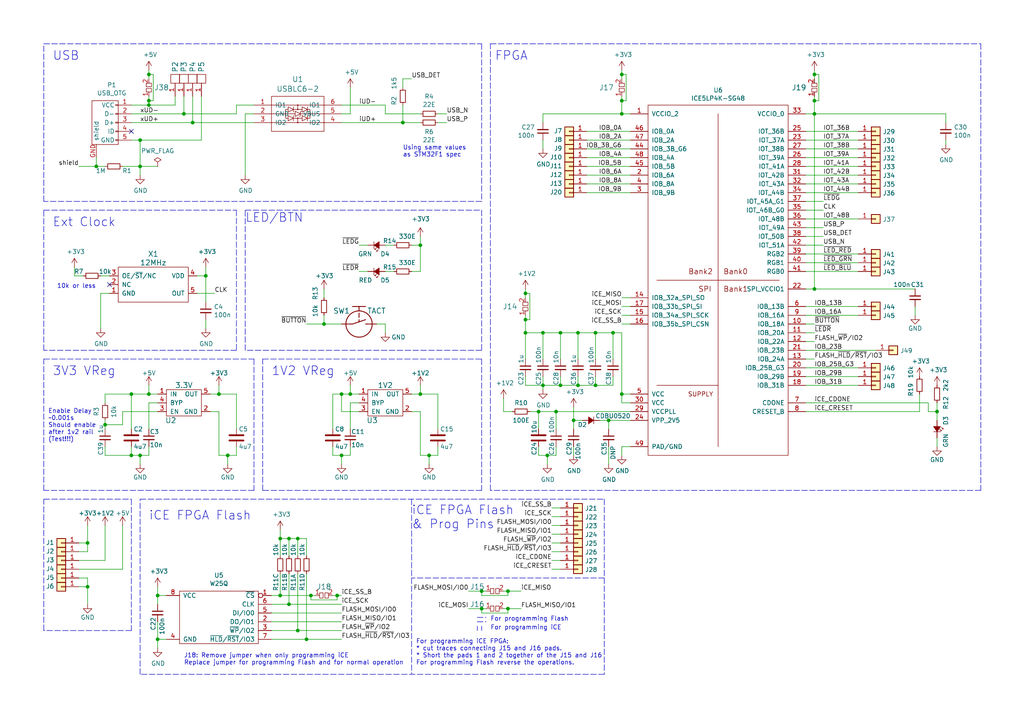
<source format=kicad_sch>
(kicad_sch (version 20231120) (generator "eeschema") (generator_version "8.0")
  (paper "A4")
  (title_block (title "iCEBreaker-bitsy") (rev "V0.1a") (company "1BitSquared") (comment 1 "2018 (C) 1BitSquared <info@1bitsquared.com>") (comment 2 "2018 (C) Piotr Esden-Tempski <piotr@esden.net>") (comment 3 "License: CC-BY-SA V4.0"))
  (junction (at 236.22 33.02))
  (junction (at 157.48 96.52))
  (junction (at 176.53 121.92))
  (junction (at 180.34 21.59))
  (junction (at 121.92 114.3))
  (junction (at 147.32 171.45))
  (junction (at 157.48 111.76))
  (junction (at 152.4 96.52))
  (junction (at 101.6 114.3))
  (junction (at 25.4 157.48))
  (junction (at 167.64 96.52))
  (junction (at 97.79 172.72))
  (junction (at 53.34 33.02))
  (junction (at 172.72 111.76))
  (junction (at 166.37 121.92))
  (junction (at 27.94 48.26))
  (junction (at 38.1 114.3))
  (junction (at 88.9 185.42))
  (junction (at 59.69 80.01))
  (junction (at 156.21 119.38))
  (junction (at 63.5 114.3))
  (junction (at 116.84 35.56))
  (junction (at 43.18 114.3))
  (junction (at 38.1 132.08))
  (junction (at 45.72 185.42))
  (junction (at 158.75 132.08))
  (junction (at 161.29 119.38))
  (junction (at 271.78 119.38))
  (junction (at 177.8 96.52))
  (junction (at 86.36 156.21))
  (junction (at 236.22 29.21))
  (junction (at 162.56 96.52))
  (junction (at 147.32 176.53))
  (junction (at 139.7 171.45))
  (junction (at 99.06 114.3))
  (junction (at 40.64 40.64))
  (junction (at 121.92 71.12))
  (junction (at 81.28 172.72))
  (junction (at 152.4 85.09))
  (junction (at 55.88 35.56))
  (junction (at 83.82 156.21))
  (junction (at 162.56 111.76))
  (junction (at 25.4 170.18))
  (junction (at 152.4 92.71))
  (junction (at 66.04 132.08))
  (junction (at 81.28 156.21))
  (junction (at 99.06 132.08))
  (junction (at 43.18 29.21))
  (junction (at 172.72 96.52))
  (junction (at 90.17 172.72))
  (junction (at 45.72 172.72))
  (junction (at 180.34 33.02))
  (junction (at 236.22 21.59))
  (junction (at 93.98 93.98))
  (junction (at 236.22 83.82))
  (junction (at 83.82 175.26))
  (junction (at 43.18 21.59))
  (junction (at 139.7 176.53))
  (junction (at 180.34 114.3))
  (junction (at 86.36 182.88))
  (junction (at 40.64 132.08))
  (junction (at 167.64 111.76))
  (junction (at 124.46 132.08))
  (junction (at 43.18 30.48))
  (junction (at 40.64 48.26))
  (junction (at 180.34 29.21))
  (junction (at 30.48 123.19))
  (no_connect (at 38.1 38.1))
  (no_connect (at 31.75 82.55))
  (wire (pts (xy 182.88 93.98) (xy 180.34 93.98)))
  (wire (pts (xy 96.52 114.3) (xy 99.06 114.3)))
  (wire (pts (xy 109.22 93.98) (xy 111.76 93.98)))
  (wire (pts (xy 40.64 132.08) (xy 40.64 134.62)))
  (wire (pts (xy 40.64 132.08) (xy 43.18 132.08)))
  (wire (pts (xy 172.72 96.52) (xy 167.64 96.52)))
  (polyline (pts (xy 139.7 104.14) (xy 139.7 142.24)) (stroke (width 0) (type dash)))
  (wire (pts (xy 78.74 172.72) (xy 81.28 172.72)))
  (wire (pts (xy 162.56 162.56) (xy 160.02 162.56)))
  (wire (pts (xy 21.59 80.01) (xy 24.13 80.01)))
  (wire (pts (xy 127 33.02) (xy 129.54 33.02)))
  (wire (pts (xy 58.42 40.64) (xy 40.64 40.64)))
  (wire (pts (xy 166.37 129.54) (xy 166.37 132.08)))
  (wire (pts (xy 35.56 119.38) (xy 45.72 119.38)))
  (wire (pts (xy 153.67 119.38) (xy 156.21 119.38)))
  (wire (pts (xy 116.84 22.86) (xy 119.38 22.86)))
  (polyline (pts (xy 68.58 60.96) (xy 68.58 101.6)) (stroke (width 0) (type dash)))
  (wire (pts (xy 30.48 116.84) (xy 30.48 114.3)))
  (wire (pts (xy 43.18 21.59) (xy 43.18 22.86)))
  (wire (pts (xy 97.79 173.99) (xy 90.17 173.99)))
  (wire (pts (xy 147.32 177.8) (xy 147.32 176.53)))
  (wire (pts (xy 180.34 114.3) (xy 180.34 116.84)))
  (wire (pts (xy 233.68 33.02) (xy 236.22 33.02)))
  (wire (pts (xy 50.8 30.48) (xy 43.18 30.48)))
  (wire (pts (xy 158.75 132.08) (xy 158.75 134.62)))
  (wire (pts (xy 152.4 85.09) (xy 152.4 86.36)))
  (wire (pts (xy 63.5 114.3) (xy 68.58 114.3)))
  (polyline (pts (xy 138.43 179.07) (xy 140.97 179.07)) (stroke (width 0) (type dash)))
  (wire (pts (xy 233.68 109.22) (xy 248.92 109.22)))
  (wire (pts (xy 172.72 111.76) (xy 167.64 111.76)))
  (wire (pts (xy 111.76 71.12) (xy 114.3 71.12)))
  (wire (pts (xy 29.21 80.01) (xy 31.75 80.01)))
  (wire (pts (xy 274.32 33.02) (xy 274.32 35.56)))
  (polyline (pts (xy 284.48 142.24) (xy 142.24 142.24)) (stroke (width 0) (type dash)))
  (wire (pts (xy 58.42 27.94) (xy 58.42 40.64)))
  (wire (pts (xy 83.82 156.21) (xy 86.36 156.21)))
  (wire (pts (xy 176.53 121.92) (xy 182.88 121.92)))
  (wire (pts (xy 99.06 114.3) (xy 101.6 114.3)))
  (wire (pts (xy 157.48 33.02) (xy 157.48 35.56)))
  (wire (pts (xy 30.48 132.08) (xy 38.1 132.08)))
  (wire (pts (xy 45.72 172.72) (xy 45.72 170.18)))
  (wire (pts (xy 43.18 27.94) (xy 43.18 29.21)))
  (polyline (pts (xy 142.24 12.7) (xy 284.48 12.7)) (stroke (width 0) (type dash)))
  (wire (pts (xy 127 132.08) (xy 127 129.54)))
  (wire (pts (xy 233.68 96.52) (xy 236.22 96.52)))
  (wire (pts (xy 233.68 91.44) (xy 248.92 91.44)))
  (wire (pts (xy 180.34 129.54) (xy 180.34 132.08)))
  (wire (pts (xy 40.64 48.26) (xy 40.64 50.8)))
  (wire (pts (xy 233.68 40.64) (xy 248.92 40.64)))
  (wire (pts (xy 101.6 116.84) (xy 101.6 124.46)))
  (wire (pts (xy 157.48 40.64) (xy 157.48 43.18)))
  (wire (pts (xy 140.97 176.53) (xy 139.7 176.53)))
  (wire (pts (xy 35.56 123.19) (xy 35.56 119.38)))
  (wire (pts (xy 167.64 109.22) (xy 167.64 111.76)))
  (wire (pts (xy 236.22 29.21) (xy 236.22 33.02)))
  (wire (pts (xy 233.68 78.74) (xy 248.92 78.74)))
  (wire (pts (xy 38.1 114.3) (xy 38.1 124.46)))
  (wire (pts (xy 152.4 109.22) (xy 152.4 111.76)))
  (wire (pts (xy 78.74 177.8) (xy 99.06 177.8)))
  (wire (pts (xy 236.22 21.59) (xy 237.49 21.59)))
  (wire (pts (xy 25.4 170.18) (xy 25.4 175.26)))
  (wire (pts (xy 119.38 119.38) (xy 121.92 119.38)))
  (wire (pts (xy 63.5 114.3) (xy 63.5 111.76)))
  (wire (pts (xy 121.92 78.74) (xy 121.92 71.12)))
  (wire (pts (xy 106.68 78.74) (xy 104.14 78.74)))
  (wire (pts (xy 63.5 132.08) (xy 66.04 132.08)))
  (polyline (pts (xy 119.38 144.78) (xy 119.38 195.58)) (stroke (width 0) (type dash)))
  (wire (pts (xy 104.14 116.84) (xy 101.6 116.84)))
  (wire (pts (xy 182.88 33.02) (xy 180.34 33.02)))
  (wire (pts (xy 233.68 104.14) (xy 236.22 104.14)))
  (wire (pts (xy 182.88 40.64) (xy 170.18 40.64)))
  (wire (pts (xy 88.9 185.42) (xy 88.9 166.37)))
  (wire (pts (xy 182.88 129.54) (xy 180.34 129.54)))
  (polyline (pts (xy 73.66 142.24) (xy 12.7 142.24)) (stroke (width 0) (type dash)))
  (wire (pts (xy 233.68 106.68) (xy 248.92 106.68)))
  (wire (pts (xy 86.36 182.88) (xy 86.36 166.37)))
  (wire (pts (xy 25.4 157.48) (xy 25.4 152.4)))
  (wire (pts (xy 96.52 129.54) (xy 96.52 132.08)))
  (wire (pts (xy 124.46 132.08) (xy 124.46 134.62)))
  (wire (pts (xy 55.88 35.56) (xy 73.66 35.56)))
  (wire (pts (xy 97.79 172.72) (xy 99.06 172.72)))
  (wire (pts (xy 27.94 48.26) (xy 30.48 48.26)))
  (wire (pts (xy 45.72 180.34) (xy 45.72 185.42)))
  (wire (pts (xy 139.7 172.72) (xy 147.32 172.72)))
  (wire (pts (xy 81.28 153.67) (xy 81.28 156.21)))
  (wire (pts (xy 93.98 86.36) (xy 93.98 83.82)))
  (wire (pts (xy 162.56 147.32) (xy 160.02 147.32)))
  (wire (pts (xy 30.48 129.54) (xy 30.48 132.08)))
  (polyline (pts (xy 175.26 144.78) (xy 175.26 195.58)) (stroke (width 0) (type dash)))
  (wire (pts (xy 83.82 156.21) (xy 83.82 161.29)))
  (polyline (pts (xy 76.2 104.14) (xy 139.7 104.14)) (stroke (width 0) (type dash)))
  (wire (pts (xy 180.34 20.32) (xy 180.34 21.59)))
  (wire (pts (xy 78.74 180.34) (xy 99.06 180.34)))
  (polyline (pts (xy 12.7 142.24) (xy 12.7 104.14)) (stroke (width 0) (type dash)))
  (polyline (pts (xy 138.43 181.61) (xy 138.43 182.88)) (stroke (width 0) (type dash)))
  (wire (pts (xy 157.48 111.76) (xy 157.48 113.03)))
  (polyline (pts (xy 12.7 144.78) (xy 38.1 144.78)) (stroke (width 0) (type dash)))
  (wire (pts (xy 43.18 116.84) (xy 43.18 124.46)))
  (wire (pts (xy 86.36 182.88) (xy 99.06 182.88)))
  (wire (pts (xy 233.68 43.18) (xy 248.92 43.18)))
  (wire (pts (xy 121.92 132.08) (xy 124.46 132.08)))
  (wire (pts (xy 140.97 171.45) (xy 139.7 171.45)))
  (polyline (pts (xy 12.7 60.96) (xy 68.58 60.96)) (stroke (width 0) (type dash)))
  (wire (pts (xy 90.17 172.72) (xy 91.44 172.72)))
  (wire (pts (xy 160.02 160.02) (xy 162.56 160.02)))
  (wire (pts (xy 81.28 161.29) (xy 81.28 156.21)))
  (wire (pts (xy 124.46 132.08) (xy 127 132.08)))
  (wire (pts (xy 182.88 86.36) (xy 180.34 86.36)))
  (wire (pts (xy 160.02 152.4) (xy 162.56 152.4)))
  (wire (pts (xy 182.88 88.9) (xy 180.34 88.9)))
  (wire (pts (xy 161.29 132.08) (xy 158.75 132.08)))
  (wire (pts (xy 147.32 171.45) (xy 151.13 171.45)))
  (polyline (pts (xy 71.12 60.96) (xy 139.7 60.96)) (stroke (width 0) (type dash)))
  (wire (pts (xy 35.56 48.26) (xy 40.64 48.26)))
  (wire (pts (xy 153.67 92.71) (xy 152.4 92.71)))
  (wire (pts (xy 99.06 33.02) (xy 101.6 33.02)))
  (wire (pts (xy 172.72 109.22) (xy 172.72 111.76)))
  (wire (pts (xy 30.48 121.92) (xy 30.48 123.19)))
  (wire (pts (xy 182.88 91.44) (xy 180.34 91.44)))
  (wire (pts (xy 45.72 172.72) (xy 45.72 175.26)))
  (polyline (pts (xy 40.64 195.58) (xy 40.64 144.78)) (stroke (width 0) (type dash)))
  (wire (pts (xy 96.52 132.08) (xy 99.06 132.08)))
  (wire (pts (xy 233.68 119.38) (xy 266.7 119.38)))
  (wire (pts (xy 38.1 114.3) (xy 43.18 114.3)))
  (wire (pts (xy 104.14 119.38) (xy 99.06 119.38)))
  (wire (pts (xy 182.88 43.18) (xy 170.18 43.18)))
  (wire (pts (xy 233.68 99.06) (xy 236.22 99.06)))
  (wire (pts (xy 111.76 78.74) (xy 114.3 78.74)))
  (polyline (pts (xy 12.7 58.42) (xy 12.7 12.7)) (stroke (width 0) (type dash)))
  (wire (pts (xy 139.7 177.8) (xy 147.32 177.8)))
  (wire (pts (xy 233.68 76.2) (xy 248.92 76.2)))
  (wire (pts (xy 27.94 45.72) (xy 27.94 48.26)))
  (wire (pts (xy 43.18 29.21) (xy 43.18 30.48)))
  (polyline (pts (xy 175.26 167.64) (xy 119.38 167.64)) (stroke (width 0) (type dash)))
  (wire (pts (xy 99.06 119.38) (xy 99.06 114.3)))
  (wire (pts (xy 152.4 92.71) (xy 152.4 96.52)))
  (wire (pts (xy 93.98 91.44) (xy 93.98 93.98)))
  (wire (pts (xy 99.06 132.08) (xy 99.06 134.62)))
  (polyline (pts (xy 38.1 144.78) (xy 38.1 182.88)) (stroke (width 0) (type dash)))
  (wire (pts (xy 121.92 119.38) (xy 121.92 132.08)))
  (wire (pts (xy 180.34 21.59) (xy 180.34 22.86)))
  (wire (pts (xy 121.92 114.3) (xy 127 114.3)))
  (wire (pts (xy 177.8 96.52) (xy 172.72 96.52)))
  (wire (pts (xy 48.26 185.42) (xy 45.72 185.42)))
  (wire (pts (xy 119.38 114.3) (xy 121.92 114.3)))
  (wire (pts (xy 88.9 156.21) (xy 88.9 161.29)))
  (wire (pts (xy 78.74 182.88) (xy 86.36 182.88)))
  (wire (pts (xy 180.34 96.52) (xy 177.8 96.52)))
  (wire (pts (xy 167.64 96.52) (xy 162.56 96.52)))
  (wire (pts (xy 182.88 119.38) (xy 161.29 119.38)))
  (wire (pts (xy 233.68 71.12) (xy 238.76 71.12)))
  (wire (pts (xy 99.06 132.08) (xy 101.6 132.08)))
  (wire (pts (xy 156.21 129.54) (xy 156.21 132.08)))
  (wire (pts (xy 119.38 71.12) (xy 121.92 71.12)))
  (wire (pts (xy 21.59 77.47) (xy 21.59 80.01)))
  (wire (pts (xy 22.86 165.1) (xy 35.56 165.1)))
  (wire (pts (xy 181.61 29.21) (xy 180.34 29.21)))
  (wire (pts (xy 63.5 119.38) (xy 63.5 132.08)))
  (wire (pts (xy 146.05 176.53) (xy 147.32 176.53)))
  (wire (pts (xy 181.61 21.59) (xy 181.61 29.21)))
  (wire (pts (xy 48.26 172.72) (xy 45.72 172.72)))
  (wire (pts (xy 152.4 96.52) (xy 152.4 104.14)))
  (polyline (pts (xy 12.7 12.7) (xy 139.7 12.7)) (stroke (width 0) (type dash)))
  (wire (pts (xy 182.88 116.84) (xy 180.34 116.84)))
  (wire (pts (xy 116.84 35.56) (xy 116.84 30.48)))
  (wire (pts (xy 99.06 30.48) (xy 111.76 30.48)))
  (wire (pts (xy 271.78 116.84) (xy 271.78 119.38)))
  (wire (pts (xy 25.4 160.02) (xy 25.4 157.48)))
  (wire (pts (xy 233.68 50.8) (xy 248.92 50.8)))
  (wire (pts (xy 22.86 162.56) (xy 30.48 162.56)))
  (polyline (pts (xy 12.7 101.6) (xy 12.7 60.96)) (stroke (width 0) (type dash)))
  (wire (pts (xy 40.64 40.64) (xy 40.64 48.26)))
  (wire (pts (xy 180.34 21.59) (xy 181.61 21.59)))
  (wire (pts (xy 68.58 132.08) (xy 68.58 129.54)))
  (wire (pts (xy 60.96 119.38) (xy 63.5 119.38)))
  (wire (pts (xy 162.56 111.76) (xy 162.56 109.22)))
  (wire (pts (xy 172.72 96.52) (xy 172.72 104.14)))
  (wire (pts (xy 50.8 27.94) (xy 50.8 30.48)))
  (wire (pts (xy 266.7 119.38) (xy 266.7 114.3)))
  (polyline (pts (xy 68.58 101.6) (xy 12.7 101.6)) (stroke (width 0) (type dash)))
  (wire (pts (xy 157.48 111.76) (xy 162.56 111.76)))
  (wire (pts (xy 78.74 175.26) (xy 83.82 175.26)))
  (wire (pts (xy 152.4 111.76) (xy 157.48 111.76)))
  (wire (pts (xy 53.34 27.94) (xy 53.34 33.02)))
  (wire (pts (xy 57.15 80.01) (xy 59.69 80.01)))
  (wire (pts (xy 30.48 123.19) (xy 30.48 124.46)))
  (wire (pts (xy 176.53 129.54) (xy 176.53 134.62)))
  (wire (pts (xy 66.04 132.08) (xy 68.58 132.08)))
  (wire (pts (xy 237.49 29.21) (xy 236.22 29.21)))
  (wire (pts (xy 35.56 165.1) (xy 35.56 152.4)))
  (wire (pts (xy 160.02 149.86) (xy 162.56 149.86)))
  (wire (pts (xy 31.75 85.09) (xy 29.21 85.09)))
  (wire (pts (xy 68.58 114.3) (xy 68.58 124.46)))
  (wire (pts (xy 146.05 171.45) (xy 147.32 171.45)))
  (wire (pts (xy 40.64 48.26) (xy 45.72 48.26)))
  (wire (pts (xy 236.22 27.94) (xy 236.22 29.21)))
  (wire (pts (xy 71.12 33.02) (xy 71.12 50.8)))
  (wire (pts (xy 30.48 114.3) (xy 38.1 114.3)))
  (wire (pts (xy 73.66 33.02) (xy 71.12 33.02)))
  (wire (pts (xy 180.34 27.94) (xy 180.34 29.21)))
  (wire (pts (xy 269.24 116.84) (xy 269.24 119.38)))
  (wire (pts (xy 88.9 185.42) (xy 99.06 185.42)))
  (wire (pts (xy 68.58 33.02) (xy 68.58 30.48)))
  (wire (pts (xy 38.1 30.48) (xy 43.18 30.48)))
  (wire (pts (xy 274.32 40.64) (xy 274.32 41.91)))
  (wire (pts (xy 44.45 29.21) (xy 43.18 29.21)))
  (wire (pts (xy 233.68 68.58) (xy 238.76 68.58)))
  (wire (pts (xy 127 114.3) (xy 127 124.46)))
  (wire (pts (xy 160.02 157.48) (xy 162.56 157.48)))
  (wire (pts (xy 43.18 21.59) (xy 44.45 21.59)))
  (wire (pts (xy 111.76 93.98) (xy 111.76 96.52)))
  (polyline (pts (xy 139.7 101.6) (xy 71.12 101.6)) (stroke (width 0) (type dash)))
  (wire (pts (xy 168.91 121.92) (xy 166.37 121.92)))
  (wire (pts (xy 93.98 93.98) (xy 88.9 93.98)))
  (wire (pts (xy 101.6 33.02) (xy 101.6 25.4)))
  (wire (pts (xy 180.34 33.02) (xy 157.48 33.02)))
  (wire (pts (xy 59.69 92.71) (xy 59.69 95.25)))
  (wire (pts (xy 152.4 85.09) (xy 153.67 85.09)))
  (wire (pts (xy 237.49 21.59) (xy 237.49 29.21)))
  (wire (pts (xy 101.6 132.08) (xy 101.6 129.54)))
  (wire (pts (xy 66.04 132.08) (xy 66.04 134.62)))
  (wire (pts (xy 182.88 55.88) (xy 170.18 55.88)))
  (wire (pts (xy 177.8 111.76) (xy 172.72 111.76)))
  (wire (pts (xy 57.15 85.09) (xy 62.23 85.09)))
  (wire (pts (xy 97.79 172.72) (xy 97.79 173.99)))
  (wire (pts (xy 182.88 50.8) (xy 170.18 50.8)))
  (wire (pts (xy 233.68 111.76) (xy 248.92 111.76)))
  (wire (pts (xy 233.68 55.88) (xy 248.92 55.88)))
  (wire (pts (xy 167.64 96.52) (xy 167.64 104.14)))
  (wire (pts (xy 96.52 172.72) (xy 97.79 172.72)))
  (wire (pts (xy 161.29 119.38) (xy 161.29 124.46)))
  (wire (pts (xy 146.05 119.38) (xy 146.05 115.57)))
  (wire (pts (xy 167.64 111.76) (xy 162.56 111.76)))
  (wire (pts (xy 116.84 35.56) (xy 121.92 35.56)))
  (wire (pts (xy 38.1 132.08) (xy 40.64 132.08)))
  (wire (pts (xy 233.68 53.34) (xy 248.92 53.34)))
  (wire (pts (xy 99.06 35.56) (xy 116.84 35.56)))
  (wire (pts (xy 22.86 160.02) (xy 25.4 160.02)))
  (wire (pts (xy 139.7 176.53) (xy 135.89 176.53)))
  (wire (pts (xy 86.36 156.21) (xy 86.36 161.29)))
  (wire (pts (xy 236.22 21.59) (xy 236.22 22.86)))
  (wire (pts (xy 45.72 116.84) (xy 43.18 116.84)))
  (polyline (pts (xy 142.24 142.24) (xy 142.24 12.7)) (stroke (width 0) (type dash)))
  (wire (pts (xy 83.82 166.37) (xy 83.82 175.26)))
  (wire (pts (xy 30.48 162.56) (xy 30.48 152.4)))
  (wire (pts (xy 162.56 96.52) (xy 157.48 96.52)))
  (wire (pts (xy 162.56 165.1) (xy 160.02 165.1)))
  (wire (pts (xy 139.7 171.45) (xy 135.89 171.45)))
  (wire (pts (xy 25.4 167.64) (xy 25.4 170.18)))
  (wire (pts (xy 29.21 85.09) (xy 29.21 95.25)))
  (wire (pts (xy 68.58 30.48) (xy 73.66 30.48)))
  (wire (pts (xy 158.75 132.08) (xy 156.21 132.08)))
  (wire (pts (xy 160.02 154.94) (xy 162.56 154.94)))
  (wire (pts (xy 166.37 121.92) (xy 166.37 124.46)))
  (polyline (pts (xy 71.12 101.6) (xy 71.12 60.96)) (stroke (width 0) (type dash)))
  (wire (pts (xy 157.48 96.52) (xy 157.48 104.14)))
  (wire (pts (xy 44.45 21.59) (xy 44.45 29.21)))
  (wire (pts (xy 147.32 172.72) (xy 147.32 171.45)))
  (wire (pts (xy 166.37 121.92) (xy 166.37 118.11)))
  (wire (pts (xy 27.94 48.26) (xy 22.86 48.26)))
  (wire (pts (xy 233.68 38.1) (xy 248.92 38.1)))
  (polyline (pts (xy 12.7 104.14) (xy 73.66 104.14)) (stroke (width 0) (type dash)))
  (wire (pts (xy 81.28 156.21) (xy 83.82 156.21)))
  (wire (pts (xy 233.68 88.9) (xy 248.92 88.9)))
  (wire (pts (xy 22.86 170.18) (xy 25.4 170.18)))
  (wire (pts (xy 111.76 33.02) (xy 121.92 33.02)))
  (wire (pts (xy 156.21 124.46) (xy 156.21 119.38)))
  (wire (pts (xy 161.29 129.54) (xy 161.29 132.08)))
  (wire (pts (xy 182.88 114.3) (xy 180.34 114.3)))
  (wire (pts (xy 157.48 96.52) (xy 152.4 96.52)))
  (wire (pts (xy 38.1 40.64) (xy 40.64 40.64)))
  (wire (pts (xy 139.7 171.45) (xy 139.7 172.72)))
  (wire (pts (xy 81.28 172.72) (xy 90.17 172.72)))
  (polyline (pts (xy 139.7 181.61) (xy 139.7 182.88)) (stroke (width 0) (type dash)))
  (wire (pts (xy 90.17 173.99) (xy 90.17 172.72)))
  (wire (pts (xy 106.68 71.12) (xy 104.14 71.12)))
  (wire (pts (xy 59.69 80.01) (xy 59.69 87.63)))
  (wire (pts (xy 233.68 63.5) (xy 248.92 63.5)))
  (wire (pts (xy 53.34 33.02) (xy 68.58 33.02)))
  (wire (pts (xy 152.4 83.82) (xy 152.4 85.09)))
  (wire (pts (xy 127 35.56) (xy 129.54 35.56)))
  (wire (pts (xy 176.53 124.46) (xy 176.53 121.92)))
  (wire (pts (xy 38.1 33.02) (xy 53.34 33.02)))
  (wire (pts (xy 177.8 96.52) (xy 177.8 104.14)))
  (wire (pts (xy 121.92 114.3) (xy 121.92 111.76)))
  (wire (pts (xy 111.76 30.48) (xy 111.76 33.02)))
  (wire (pts (xy 156.21 119.38) (xy 161.29 119.38)))
  (wire (pts (xy 59.69 80.01) (xy 59.69 77.47)))
  (polyline (pts (xy 76.2 142.24) (xy 76.2 104.14)) (stroke (width 0) (type dash)))
  (wire (pts (xy 265.43 88.9) (xy 265.43 91.44)))
  (wire (pts (xy 271.78 119.38) (xy 271.78 121.92)))
  (wire (pts (xy 43.18 20.32) (xy 43.18 21.59)))
  (wire (pts (xy 233.68 45.72) (xy 248.92 45.72)))
  (polyline (pts (xy 73.66 104.14) (xy 73.66 142.24)) (stroke (width 0) (type dash)))
  (wire (pts (xy 271.78 127) (xy 271.78 129.54)))
  (wire (pts (xy 233.68 73.66) (xy 248.92 73.66)))
  (polyline (pts (xy 139.7 142.24) (xy 76.2 142.24)) (stroke (width 0) (type dash)))
  (wire (pts (xy 147.32 176.53) (xy 151.13 176.53)))
  (wire (pts (xy 78.74 185.42) (xy 88.9 185.42)))
  (polyline (pts (xy 139.7 60.96) (xy 139.7 101.6)) (stroke (width 0) (type dash)))
  (wire (pts (xy 233.68 48.26) (xy 248.92 48.26)))
  (wire (pts (xy 162.56 96.52) (xy 162.56 104.14)))
  (wire (pts (xy 233.68 83.82) (xy 236.22 83.82)))
  (wire (pts (xy 180.34 29.21) (xy 180.34 33.02)))
  (wire (pts (xy 180.34 96.52) (xy 180.34 114.3)))
  (polyline (pts (xy 139.7 12.7) (xy 139.7 58.42)) (stroke (width 0) (type dash)))
  (wire (pts (xy 182.88 45.72) (xy 170.18 45.72)))
  (wire (pts (xy 236.22 20.32) (xy 236.22 21.59)))
  (wire (pts (xy 233.68 58.42) (xy 238.76 58.42)))
  (wire (pts (xy 86.36 156.21) (xy 88.9 156.21)))
  (wire (pts (xy 22.86 157.48) (xy 25.4 157.48)))
  (wire (pts (xy 43.18 132.08) (xy 43.18 129.54)))
  (wire (pts (xy 182.88 53.34) (xy 170.18 53.34)))
  (wire (pts (xy 83.82 175.26) (xy 99.06 175.26)))
  (polyline (pts (xy 38.1 182.88) (xy 12.7 182.88)) (stroke (width 0) (type dash)))
  (wire (pts (xy 43.18 114.3) (xy 43.18 111.76)))
  (wire (pts (xy 153.67 85.09) (xy 153.67 92.71)))
  (wire (pts (xy 101.6 114.3) (xy 104.14 114.3)))
  (wire (pts (xy 45.72 185.42) (xy 45.72 187.96)))
  (wire (pts (xy 146.05 119.38) (xy 148.59 119.38)))
  (wire (pts (xy 182.88 48.26) (xy 170.18 48.26)))
  (polyline (pts (xy 284.48 12.7) (xy 284.48 142.24)) (stroke (width 0) (type dash)))
  (wire (pts (xy 182.88 38.1) (xy 170.18 38.1)))
  (polyline (pts (xy 12.7 182.88) (xy 12.7 144.78)) (stroke (width 0) (type dash)))
  (wire (pts (xy 177.8 109.22) (xy 177.8 111.76)))
  (polyline (pts (xy 139.7 58.42) (xy 12.7 58.42)) (stroke (width 0) (type dash)))
  (wire (pts (xy 157.48 109.22) (xy 157.48 111.76)))
  (wire (pts (xy 236.22 33.02) (xy 236.22 83.82)))
  (polyline (pts (xy 138.43 180.34) (xy 140.97 180.34)) (stroke (width 0) (type dash)))
  (polyline (pts (xy 40.64 144.78) (xy 175.26 144.78)) (stroke (width 0) (type dash)))
  (wire (pts (xy 81.28 166.37) (xy 81.28 172.72)))
  (wire (pts (xy 236.22 83.82) (xy 265.43 83.82)))
  (wire (pts (xy 38.1 35.56) (xy 55.88 35.56)))
  (wire (pts (xy 233.68 60.96) (xy 238.76 60.96)))
  (wire (pts (xy 269.24 119.38) (xy 271.78 119.38)))
  (wire (pts (xy 173.99 121.92) (xy 176.53 121.92)))
  (wire (pts (xy 38.1 129.54) (xy 38.1 132.08)))
  (wire (pts (xy 233.68 93.98) (xy 236.22 93.98)))
  (wire (pts (xy 30.48 123.19) (xy 35.56 123.19)))
  (wire (pts (xy 96.52 114.3) (xy 96.52 124.46)))
  (polyline (pts (xy 175.26 195.58) (xy 40.64 195.58)) (stroke (width 0) (type dash)))
  (wire (pts (xy 121.92 78.74) (xy 119.38 78.74)))
  (wire (pts (xy 101.6 114.3) (xy 101.6 111.76)))
  (wire (pts (xy 233.68 116.84) (xy 269.24 116.84)))
  (wire (pts (xy 236.22 33.02) (xy 274.32 33.02)))
  (wire (pts (xy 22.86 167.64) (xy 25.4 167.64)))
  (wire (pts (xy 55.88 27.94) (xy 55.88 35.56)))
  (wire (pts (xy 152.4 91.44) (xy 152.4 92.71)))
  (wire (pts (xy 139.7 176.53) (xy 139.7 177.8)))
  (wire (pts (xy 60.96 114.3) (xy 63.5 114.3)))
  (wire (pts (xy 233.68 101.6) (xy 254 101.6)))
  (wire (pts (xy 43.18 114.3) (xy 45.72 114.3)))
  (wire (pts (xy 116.84 25.4) (xy 116.84 22.86)))
  (wire (pts (xy 99.06 93.98) (xy 93.98 93.98)))
  (wire (pts (xy 121.92 68.58) (xy 121.92 71.12)))
  (wire (pts (xy 233.68 66.04) (xy 238.76 66.04)))
  (text "LED/BTN" (at 71.12 64.77 0) (effects (font (size 2.54 2.54)) (justify left bottom)))
  (text "J18: Remove jumper when only programming iCE\nReplace jumper for programming Flash and for normal operation" (at 53.34 193.04 0) (effects (font (size 1.27 1.27)) (justify left bottom)))
  (text "10k or less" (at 16.51 83.82 0) (effects (font (size 1.27 1.27)) (justify left bottom)))
  (text "For programming iCE" (at 142.24 182.88 0) (effects (font (size 1.27 1.27)) (justify left bottom)))
  (text "For programming Flash" (at 142.24 180.34 0) (effects (font (size 1.27 1.27)) (justify left bottom)))
  (text "1V2 VReg" (at 78.74 109.22 0) (effects (font (size 2.54 2.54)) (justify left bottom)))
  (text "For programming iCE FPGA:\n* cut traces connecting J15 and J16 pads.\n* Short the pads 1 and 2 together of the J15 and J16\nFor programming Flash reverse the operations." (at 120.65 193.04 0) (effects (font (size 1.27 1.27)) (justify left bottom)))
  (text "iCE FPGA Flash\n& Prog Pins" (at 119.38 153.67 0) (effects (font (size 2.54 2.54)) (justify left bottom)))
  (text "3V3 VReg" (at 15.24 109.22 0) (effects (font (size 2.54 2.54)) (justify left bottom)))
  (text "Using same values\nas STM32F1 spec" (at 116.84 45.72 0) (effects (font (size 1.27 1.27)) (justify left bottom)))
  (text "USB" (at 15.24 17.78 0) (effects (font (size 2.54 2.54)) (justify left bottom)))
  (text "FPGA" (at 143.51 17.78 0) (effects (font (size 2.54 2.54)) (justify left bottom)))
  (text "Ext Clock" (at 15.24 66.04 0) (effects (font (size 2.54 2.54)) (justify left bottom)))
  (text "Enable Delay\n~0.001s\nShould enable\nafter 1v2 rail\n(Test!!!)" (at 13.97 128.27 0) (effects (font (size 1.27 1.27)) (justify left bottom)))
  (text "iCE FPGA Flash" (at 43.18 151.13 0) (effects (font (size 2.54 2.54)) (justify left bottom)))
  (label "~{LED_RED}" (at 238.76 73.66 0))
  (label "FLASH_MOSI/IO0" (at 135.89 171.45 180))
  (label "xUD+" (at 40.64 35.56 0))
  (label "IOB_5B" (at 180.34 48.26 180))
  (label "FLASH_~{HLD}/~{RST}/IO3" (at 99.06 185.42 0))
  (label "IOB_2A" (at 180.34 40.64 180))
  (label "iCE_MOSI" (at 180.34 88.9 180))
  (label "IOB_0A" (at 180.34 38.1 180))
  (label "~{BUTTON}" (at 88.9 93.98 180))
  (label "~{LED_BLU}" (at 238.76 78.74 0))
  (label "CLK" (at 238.76 60.96 0))
  (label "iUD+" (at 104.14 35.56 0))
  (label "iCE_CRESET" (at 160.02 165.1 180))
  (label "IOB_13B" (at 236.22 88.9 0))
  (label "FLASH_~{WP}/IO2" (at 160.02 157.48 180))
  (label "IOT_44B" (at 238.76 55.88 0))
  (label "USB_N" (at 238.76 71.12 0))
  (label "iCE_CDONE" (at 160.02 162.56 180))
  (label "xUD-" (at 40.64 33.02 0))
  (label "iCE_SCK" (at 180.34 91.44 180))
  (label "~{LEDR}" (at 236.22 96.52 0))
  (label "~{LEDG}" (at 238.76 58.42 0))
  (label "iCE_CDONE" (at 236.22 116.84 0))
  (label "FLASH_MISO/IO1" (at 99.06 180.34 0))
  (label "iCE_SS_B" (at 99.06 172.72 0))
  (label "IOB_31B" (at 236.22 111.76 0))
  (label "IOT_38B" (at 238.76 43.18 0))
  (label "IOB_23B" (at 236.22 101.6 0))
  (label "iCE_SS_B" (at 180.34 93.98 180))
  (label "IOT_36B" (at 238.76 38.1 0))
  (label "FLASH_~{HLD}/~{RST}/IO3" (at 160.02 160.02 180))
  (label "IOT_43A" (at 238.76 53.34 0))
  (label "IOT_41A" (at 238.76 48.26 0))
  (label "FLASH_MISO/IO1" (at 151.13 176.53 0))
  (label "FLASH_~{HLD}/~{RST}/IO3" (at 236.22 104.14 0))
  (label "~{LED_GRN}" (at 238.76 76.2 0))
  (label "iCE_MOSI" (at 135.89 176.53 180))
  (label "IOT_42B" (at 238.76 50.8 0))
  (label "IOB_25B_G3" (at 236.22 106.68 0))
  (label "iCE_MISO" (at 180.34 86.36 180))
  (label "iCE_SS_B" (at 160.02 147.32 180))
  (label "iUD-" (at 104.14 30.48 0))
  (label "IOB_8A" (at 180.34 53.34 180))
  (label "IOT_48B" (at 238.76 63.5 0))
  (label "USB_DET" (at 238.76 68.58 0))
  (label "USB_N" (at 129.54 33.02 0))
  (label "IOT_39A" (at 238.76 45.72 0))
  (label "~{LEDR}" (at 104.14 78.74 180))
  (label "IOB_3B_G6" (at 180.34 43.18 180))
  (label "CLK" (at 62.23 85.09 0))
  (label "USB_P" (at 238.76 66.04 0))
  (label "USB_P" (at 129.54 35.56 0))
  (label "FLASH_~{WP}/IO2" (at 99.06 182.88 0))
  (label "~{LEDG}" (at 104.14 71.12 180))
  (label "IOB_16A" (at 236.22 91.44 0))
  (label "FLASH_MOSI/IO0" (at 99.06 177.8 0))
  (label "IOB_29B" (at 236.22 109.22 0))
  (label "IOB_6A" (at 180.34 50.8 180))
  (label "USB_DET" (at 119.38 22.86 0))
  (label "IOB_4A" (at 180.34 45.72 180))
  (label "IOT_37A" (at 238.76 40.64 0))
  (label "iCE_MISO" (at 151.13 171.45 0))
  (label "IOB_9B" (at 180.34 55.88 180))
  (label "~{BUTTON}" (at 236.22 93.98 0))
  (label "FLASH_~{WP}/IO2" (at 236.22 99.06 0))
  (label "FLASH_MOSI/IO0" (at 160.02 152.4 180))
  (label "shield" (at 22.86 48.26 180))
  (label "iCE_SCK" (at 99.06 175.26 0))
  (label "FLASH_MISO/IO1" (at 160.02 154.94 180))
  (label "iCE_SCK" (at 160.02 149.86 180))
  (label "iCE_CRESET" (at 236.22 119.38 0))
  (symbol (lib_id "icebreaker-bitsy-rescue:ICE5LP4K-SG48-pkl_lattice") (at 208.28 81.28 0) (unit 1)
    (property "Reference" "U6" (at 208.28 26.162 0))
    (property "Value" "ICE5LP4K-SG48" (at 208.28 28.5242 0))
    (property "Footprint" "pkl_housings_dfn_qfn:QFN-48-1EP_7x7mm_Pitch0.5mm" (effects (hide yes)))
    (property "Source" "ANY" (effects (hide yes)))
    (property "Key" "ic-ice5lp4k-sg48" (effects (hide yes)))
  )
  (symbol (lib_id "icebreaker-bitsy-rescue:GND-power") (at 180.34 132.08 0) (unit 1)
    (property "Reference" "#PWR01" (effects (hide yes)))
    (property "Value" "GND" (at 180.467 136.5504 0))
  )
  (symbol (lib_id "icebreaker-bitsy-rescue:pkl_oscillator_sit2001-pkl_device") (at 44.45 82.55 0) (mirror y) (unit 1)
    (property "Reference" "X1" (at 44.45 73.66 0) (effects (font (size 1.524 1.524))))
    (property "Value" "12MHz" (at 44.45 76.2 0) (effects (font (size 1.524 1.524))))
    (property "Footprint" "pkl_housings_sot:SOT-23-5" (effects (hide yes)))
    (property "Datasheet" "https://www.sitime.com/datasheet/SiT2001" (effects (hide yes)))
    (property "Key" "xtal-sot23-5-12mhz-osc" (effects (hide yes)))
    (property "Description" "12MHz Oscillator" (effects (hide yes)))
    (property "Manufacturer" "SiTIME" (effects (hide yes)))
    (property "MFN" "SIT2001BI-S2-33E-12.000000G" (effects (hide yes)))
    (property "Source" "ANY" (effects (hide yes)))
  )
  (symbol (lib_id "icebreaker-bitsy-rescue:pkl_R_Small-pkl_device") (at 26.67 80.01 90) (unit 1)
    (property "Reference" "R7" (at 22.86 78.74 90))
    (property "Value" "10k" (at 30.48 78.74 90))
    (property "Footprint" "pkl_dipol:R_0402" (effects (hide yes)))
    (property "Source" "ANY" (effects (hide yes)))
    (property "Key" "res-0402-10k" (effects (hide yes)))
  )
  (symbol (lib_id "icebreaker-bitsy-rescue:+3V3-power") (at 59.69 77.47 0) (unit 1)
    (property "Reference" "#PWR02" (effects (hide yes)))
    (property "Value" "+3V3" (at 60.071 72.9996 0))
  )
  (symbol (lib_id "icebreaker-bitsy-rescue:+3V3-power") (at 21.59 77.47 0) (unit 1)
    (property "Reference" "#PWR03" (effects (hide yes)))
    (property "Value" "+3V3" (at 21.971 72.9996 0))
  )
  (symbol (lib_id "icebreaker-bitsy-rescue:GND-power") (at 29.21 95.25 0) (unit 1)
    (property "Reference" "#PWR05" (effects (hide yes)))
    (property "Value" "GND" (at 29.337 99.7204 0))
  )
  (symbol (lib_id "icebreaker-bitsy-rescue:pkl_C_Small-pkl_device") (at 59.69 90.17 0) (unit 1)
    (property "Reference" "C4" (at 62.0268 88.9762 0) (effects (justify left)))
    (property "Value" "100n" (at 62.0268 91.3384 0) (effects (justify left)))
    (property "Footprint" "pkl_dipol:C_0402" (effects (hide yes)))
    (property "Source" "ANY" (effects (hide yes)))
    (property "Key" "cap-cer-0402-100n" (effects (hide yes)))
  )
  (symbol (lib_id "icebreaker-bitsy-rescue:pkl_USB_OTG-pkl_conn") (at 30.48 35.56 90) (mirror x) (unit 1)
    (property "Reference" "P1" (at 32.4104 24.638 90))
    (property "Value" "USB_OTG" (at 32.4104 27.0002 90))
    (property "Footprint" "pkl_connectors:Connector_USB_Micro_B_SMD" (effects (hide yes)))
    (property "Key" "conn-smd-usb-micro-b" (effects (hide yes)))
    (property "Source" "ANY" (effects (hide yes)))
  )
  (symbol (lib_id "icebreaker-bitsy-rescue:pkl_R_Small-pkl_device") (at 33.02 48.26 270) (unit 1)
    (property "Reference" "R1" (at 36.83 49.53 90))
    (property "Value" "1M" (at 29.21 49.53 90))
    (property "Footprint" "pkl_dipol:R_0402" (effects (hide yes)))
    (property "Source" "ANY" (effects (hide yes)))
    (property "Key" "res-0402-1m" (effects (hide yes)))
  )
  (symbol (lib_id "icebreaker-bitsy-rescue:GND-power") (at 40.64 50.8 0) (unit 1)
    (property "Reference" "#PWR06" (effects (hide yes)))
    (property "Value" "GND" (at 40.767 55.2704 0))
  )
  (symbol (lib_id "icebreaker-bitsy-rescue:PWR_FLAG-power") (at 45.72 48.26 0) (unit 1)
    (property "Reference" "#FLG01" (effects (hide yes)))
    (property "Value" "PWR_FLAG" (at 45.72 43.7642 0))
  )
  (symbol (lib_id "icebreaker-bitsy-rescue:+5V-power") (at 43.18 20.32 0) (unit 1)
    (property "Reference" "#PWR08" (effects (hide yes)))
    (property "Value" "+5V" (at 43.561 15.8496 0))
  )
  (symbol (lib_id "icebreaker-bitsy-rescue:pkl_C_Small-pkl_device") (at 177.8 106.68 0) (mirror y) (unit 1)
    (property "Reference" "C38" (at 176.53 111.76 90) (effects (justify left)))
    (property "Value" "10n" (at 176.53 105.41 90) (effects (justify left)))
    (property "Footprint" "pkl_dipol:C_0402" (effects (hide yes)))
    (property "Source" "ANY" (effects (hide yes)))
    (property "Key" "cap-cer-0402-10n" (effects (hide yes)))
  )
  (symbol (lib_id "icebreaker-bitsy-rescue:pkl_C_Small-pkl_device") (at 172.72 106.68 0) (mirror y) (unit 1)
    (property "Reference" "C37" (at 171.45 111.76 90) (effects (justify left)))
    (property "Value" "100n" (at 171.45 105.41 90) (effects (justify left)))
    (property "Footprint" "pkl_dipol:C_0402" (effects (hide yes)))
    (property "Source" "ANY" (effects (hide yes)))
    (property "Key" "cap-cer-0402-100n" (effects (hide yes)))
  )
  (symbol (lib_id "icebreaker-bitsy-rescue:pkl_C_Small-pkl_device") (at 167.64 106.68 0) (mirror y) (unit 1)
    (property "Reference" "C36" (at 166.37 111.76 90) (effects (justify left)))
    (property "Value" "1u" (at 166.37 105.41 90) (effects (justify left)))
    (property "Footprint" "pkl_dipol:C_0402" (effects (hide yes)))
    (property "Source" "ANY" (effects (hide yes)))
    (property "Key" "cap-cer-0402-1u" (effects (hide yes)))
  )
  (symbol (lib_id "icebreaker-bitsy-rescue:pkl_VREG_5PIN_FIXED-pkl_device") (at 53.34 116.84 0) (unit 1)
    (property "Reference" "U2" (at 49.53 121.92 0) (effects (font (size 1.524 1.524))))
    (property "Value" "3.3V" (at 53.34 111.76 0) (effects (font (size 1.524 1.524))))
    (property "Footprint" "pkl_housings_sot:SOT-23-5" (effects (hide yes)))
    (property "Source" "ANY" (effects (hide yes)))
    (property "Key" "vreg-sot23-5-3v3" (effects (hide yes)))
  )
  (symbol (lib_id "icebreaker-bitsy-rescue:pkl_C-pkl_device") (at 38.1 127 0) (unit 1)
    (property "Reference" "C2" (at 38.735 124.46 0) (effects (justify left)))
    (property "Value" "4u7" (at 38.735 129.54 0) (effects (justify left)))
    (property "Footprint" "pkl_dipol:C_0603" (effects (hide yes)))
    (property "Source" "ANY" (effects (hide yes)))
    (property "Key" "cap-cer-0603-4u7" (effects (hide yes)))
  )
  (symbol (lib_id "icebreaker-bitsy-rescue:pkl_C_Small-pkl_device") (at 43.18 127 0) (unit 1)
    (property "Reference" "C3" (at 43.434 125.222 0) (effects (justify left)))
    (property "Value" "10n" (at 43.434 129.032 0) (effects (justify left)))
    (property "Footprint" "pkl_dipol:C_0402" (effects (hide yes)))
    (property "Source" "ANY" (effects (hide yes)))
    (property "Key" "cap-cer-0402-10n" (effects (hide yes)))
  )
  (symbol (lib_id "icebreaker-bitsy-rescue:GND-power") (at 40.64 134.62 0) (unit 1)
    (property "Reference" "#PWR081" (effects (hide yes)))
    (property "Value" "GND" (at 40.64 138.43 0))
  )
  (symbol (lib_id "icebreaker-bitsy-rescue:pkl_C-pkl_device") (at 68.58 127 0) (unit 1)
    (property "Reference" "C5" (at 69.215 124.46 0) (effects (justify left)))
    (property "Value" "4u7" (at 69.215 129.54 0) (effects (justify left)))
    (property "Footprint" "pkl_dipol:C_0603" (effects (hide yes)))
    (property "Source" "ANY" (effects (hide yes)))
    (property "Key" "cap-cer-0603-4u7" (effects (hide yes)))
  )
  (symbol (lib_id "icebreaker-bitsy-rescue:GND-power") (at 66.04 134.62 0) (unit 1)
    (property "Reference" "#PWR082" (effects (hide yes)))
    (property "Value" "GND" (at 66.04 138.43 0))
  )
  (symbol (lib_id "icebreaker-bitsy-rescue:+5V-power") (at 43.18 111.76 0) (unit 1)
    (property "Reference" "#PWR083" (effects (hide yes)))
    (property "Value" "+5V" (at 43.18 108.204 0))
  )
  (symbol (lib_id "icebreaker-bitsy-rescue:+3V3-power") (at 63.5 111.76 0) (unit 1)
    (property "Reference" "#PWR084" (effects (hide yes)))
    (property "Value" "+3V3" (at 63.5 108.204 0))
  )
  (symbol (lib_id "icebreaker-bitsy-rescue:pkl_VREG_5PIN_FIXED-pkl_device") (at 111.76 116.84 0) (unit 1)
    (property "Reference" "U3" (at 107.95 121.92 0) (effects (font (size 1.524 1.524))))
    (property "Value" "1V2" (at 111.76 111.76 0) (effects (font (size 1.524 1.524))))
    (property "Footprint" "pkl_housings_sot:SOT-23-5" (effects (hide yes)))
    (property "Source" "ANY" (effects (hide yes)))
    (property "Key" "vreg-sot23-5-1v2" (effects (hide yes)))
  )
  (symbol (lib_id "icebreaker-bitsy-rescue:pkl_C-pkl_device") (at 96.52 127 0) (unit 1)
    (property "Reference" "C8" (at 97.155 124.46 0) (effects (justify left)))
    (property "Value" "4u7" (at 97.155 129.54 0) (effects (justify left)))
    (property "Footprint" "pkl_dipol:C_0603" (effects (hide yes)))
    (property "Source" "ANY" (effects (hide yes)))
    (property "Key" "cap-cer-0603-4u7" (effects (hide yes)))
  )
  (symbol (lib_id "icebreaker-bitsy-rescue:pkl_C_Small-pkl_device") (at 101.6 127 0) (unit 1)
    (property "Reference" "C11" (at 101.854 125.222 0) (effects (justify left)))
    (property "Value" "10n" (at 101.854 129.032 0) (effects (justify left)))
    (property "Footprint" "pkl_dipol:C_0402" (effects (hide yes)))
    (property "Source" "ANY" (effects (hide yes)))
    (property "Key" "cap-cer-0402-10n" (effects (hide yes)))
  )
  (symbol (lib_id "icebreaker-bitsy-rescue:GND-power") (at 99.06 134.62 0) (unit 1)
    (property "Reference" "#PWR085" (effects (hide yes)))
    (property "Value" "GND" (at 99.06 138.43 0))
  )
  (symbol (lib_id "icebreaker-bitsy-rescue:pkl_C-pkl_device") (at 127 127 0) (unit 1)
    (property "Reference" "C15" (at 127.635 124.46 0) (effects (justify left)))
    (property "Value" "4u7" (at 127.635 129.54 0) (effects (justify left)))
    (property "Footprint" "pkl_dipol:C_0603" (effects (hide yes)))
    (property "Source" "ANY" (effects (hide yes)))
    (property "Key" "cap-cer-0603-4u7" (effects (hide yes)))
  )
  (symbol (lib_id "icebreaker-bitsy-rescue:GND-power") (at 124.46 134.62 0) (unit 1)
    (property "Reference" "#PWR086" (effects (hide yes)))
    (property "Value" "GND" (at 124.46 138.43 0))
  )
  (symbol (lib_id "icebreaker-bitsy-rescue:+5V-power") (at 101.6 111.76 0) (unit 1)
    (property "Reference" "#PWR087" (effects (hide yes)))
    (property "Value" "+5V" (at 101.6 108.204 0))
  )
  (symbol (lib_id "icebreaker-bitsy-rescue:+1V2-power") (at 121.92 111.76 0) (unit 1)
    (property "Reference" "#PWR088" (effects (hide yes)))
    (property "Value" "+1V2" (at 121.92 108.204 0))
  )
  (symbol (lib_id "icebreaker-bitsy-rescue:pkl_Diode_Small-pkl_device") (at 171.45 121.92 0) (unit 1)
    (property "Reference" "D2" (at 168.91 123.19 0))
    (property "Value" "CDBU0520" (at 177.8 120.65 0))
    (property "Footprint" "pkl_dipol:D_0603" (effects (hide yes)))
    (property "Key" "diode-schottky-0603" (effects (hide yes)))
    (property "Source" "ANY" (effects (hide yes)))
  )
  (symbol (lib_id "icebreaker-bitsy-rescue:pkl_C_Small-pkl_device") (at 166.37 127 0) (mirror y) (unit 1)
    (property "Reference" "C29" (at 165.1 132.08 90) (effects (justify left)))
    (property "Value" "100n" (at 167.64 133.35 90) (effects (justify left)))
    (property "Footprint" "pkl_dipol:C_0402" (effects (hide yes)))
    (property "Source" "ANY" (effects (hide yes)))
    (property "Key" "cap-cer-0402-100n" (effects (hide yes)))
  )
  (symbol (lib_id "icebreaker-bitsy-rescue:GND-power") (at 166.37 132.08 0) (unit 1)
    (property "Reference" "#PWR034" (effects (hide yes)))
    (property "Value" "GND" (at 166.497 136.5504 0))
  )
  (symbol (lib_id "icebreaker-bitsy-rescue:+3V3-power") (at 166.37 118.11 0) (unit 1)
    (property "Reference" "#PWR035" (effects (hide yes)))
    (property "Value" "+3V3" (at 166.751 113.6396 0))
  )
  (symbol (lib_id "icebreaker-bitsy-rescue:pkl_R_Small-pkl_device") (at 151.13 119.38 270) (unit 1)
    (property "Reference" "R10" (at 151.13 116.84 90))
    (property "Value" "100E" (at 151.13 121.92 90))
    (property "Footprint" "pkl_dipol:R_0402" (effects (hide yes)))
    (property "Source" "ANY" (effects (hide yes)))
    (property "Key" "res-0402-100" (effects (hide yes)))
  )
  (symbol (lib_id "icebreaker-bitsy-rescue:pkl_C_Small-pkl_device") (at 161.29 127 0) (mirror y) (unit 1)
    (property "Reference" "C26" (at 160.02 132.08 90) (effects (justify left)))
    (property "Value" "100n" (at 160.02 125.73 90) (effects (justify left)))
    (property "Footprint" "pkl_dipol:C_0402" (effects (hide yes)))
    (property "Source" "ANY" (effects (hide yes)))
    (property "Key" "cap-cer-0402-100n" (effects (hide yes)))
  )
  (symbol (lib_id "icebreaker-bitsy-rescue:pkl_C-pkl_device") (at 156.21 127 0) (mirror y) (unit 1)
    (property "Reference" "C24" (at 154.94 132.08 90) (effects (justify left)))
    (property "Value" "10u" (at 154.94 125.73 90) (effects (justify left)))
    (property "Footprint" "pkl_dipol:C_0603" (effects (hide yes)))
    (property "Source" "ANY" (effects (hide yes)))
    (property "Key" "cap-cer-0603-10u" (effects (hide yes)))
  )
  (symbol (lib_id "icebreaker-bitsy-rescue:GND-power") (at 158.75 134.62 0) (unit 1)
    (property "Reference" "#PWR036" (effects (hide yes)))
    (property "Value" "GND" (at 158.877 139.0904 0))
  )
  (symbol (lib_id "icebreaker-bitsy-rescue:+1V2-power") (at 146.05 115.57 0) (unit 1)
    (property "Reference" "#PWR037" (effects (hide yes)))
    (property "Value" "+1V2" (at 146.431 111.0996 0))
  )
  (symbol (lib_id "icebreaker-bitsy-rescue:pkl_C_Small-pkl_device") (at 162.56 106.68 0) (mirror y) (unit 1)
    (property "Reference" "C28" (at 161.29 111.76 90) (effects (justify left)))
    (property "Value" "10n" (at 161.29 105.41 90) (effects (justify left)))
    (property "Footprint" "pkl_dipol:C_0402" (effects (hide yes)))
    (property "Source" "ANY" (effects (hide yes)))
    (property "Key" "cap-cer-0402-10n" (effects (hide yes)))
  )
  (symbol (lib_id "icebreaker-bitsy-rescue:pkl_C_Small-pkl_device") (at 157.48 106.68 0) (mirror y) (unit 1)
    (property "Reference" "C25" (at 156.21 111.76 90) (effects (justify left)))
    (property "Value" "100n" (at 156.21 105.41 90) (effects (justify left)))
    (property "Footprint" "pkl_dipol:C_0402" (effects (hide yes)))
    (property "Source" "ANY" (effects (hide yes)))
    (property "Key" "cap-cer-0402-100n" (effects (hide yes)))
  )
  (symbol (lib_id "icebreaker-bitsy-rescue:pkl_C_Small-pkl_device") (at 152.4 106.68 0) (mirror y) (unit 1)
    (property "Reference" "C23" (at 151.13 111.76 90) (effects (justify left)))
    (property "Value" "1u" (at 151.13 105.41 90) (effects (justify left)))
    (property "Footprint" "pkl_dipol:C_0402" (effects (hide yes)))
    (property "Source" "ANY" (effects (hide yes)))
    (property "Key" "cap-cer-0402-1u" (effects (hide yes)))
  )
  (symbol (lib_id "icebreaker-bitsy-rescue:GND-power") (at 157.48 113.03 0) (unit 1)
    (property "Reference" "#PWR038" (effects (hide yes)))
    (property "Value" "GND" (at 157.607 117.5004 0))
  )
  (symbol (lib_id "icebreaker-bitsy-rescue:+1V2-power") (at 152.4 83.82 0) (unit 1)
    (property "Reference" "#PWR039" (effects (hide yes)))
    (property "Value" "+1V2" (at 152.781 79.3496 0))
  )
  (symbol (lib_id "icebreaker-bitsy-rescue:pkl_R_Small-pkl_device") (at 30.48 119.38 0) (unit 1)
    (property "Reference" "R3" (at 27.94 119.38 90))
    (property "Value" "10k" (at 33.02 119.38 90))
    (property "Footprint" "pkl_dipol:R_0402" (effects (hide yes)))
    (property "Source" "ANY" (effects (hide yes)))
    (property "Key" "res-0402-10k" (effects (hide yes)))
  )
  (symbol (lib_id "icebreaker-bitsy-rescue:pkl_C_Small-pkl_device") (at 30.48 127 0) (mirror y) (unit 1)
    (property "Reference" "C39" (at 29.21 132.08 90) (effects (justify left)))
    (property "Value" "1u" (at 29.21 125.73 90) (effects (justify left)))
    (property "Footprint" "pkl_dipol:C_0402" (effects (hide yes)))
    (property "Source" "ANY" (effects (hide yes)))
    (property "Key" "cap-cer-0402-1u" (effects (hide yes)))
  )
  (symbol (lib_id "icebreaker-bitsy-rescue:W25Q-pkl_memory") (at 63.5 177.8 0) (mirror y) (unit 1)
    (property "Reference" "U5" (at 63.5 166.878 0))
    (property "Value" "W25Q" (at 63.5 169.2402 0))
    (property "Footprint" "pkl_housings_soic:SOIC-8_5.3x5.3mm_Pitch1.27mm" (effects (hide yes)))
    (property "Source" "ANY" (effects (hide yes)))
    (property "Key" "eeprom-so8w-W25Q" (effects (hide yes)))
  )
  (symbol (lib_id "icebreaker-bitsy-rescue:+3V3-power") (at 45.72 170.18 0) (unit 1)
    (property "Reference" "#PWR040" (effects (hide yes)))
    (property "Value" "+3V3" (at 46.101 165.7096 0))
  )
  (symbol (lib_id "icebreaker-bitsy-rescue:pkl_C_Small-pkl_device") (at 45.72 177.8 0) (mirror y) (unit 1)
    (property "Reference" "C22" (at 44.45 182.88 90) (effects (justify left)))
    (property "Value" "100n" (at 46.99 184.15 90) (effects (justify left)))
    (property "Footprint" "pkl_dipol:C_0402" (effects (hide yes)))
    (property "Source" "ANY" (effects (hide yes)))
    (property "Key" "cap-cer-0402-100n" (effects (hide yes)))
  )
  (symbol (lib_id "icebreaker-bitsy-rescue:GND-power") (at 45.72 187.96 0) (unit 1)
    (property "Reference" "#PWR041" (effects (hide yes)))
    (property "Value" "GND" (at 45.847 192.4304 0))
  )
  (symbol (lib_id "icebreaker-bitsy-rescue:pkl_R_Small-pkl_device") (at 266.7 111.76 0) (unit 1)
    (property "Reference" "R19" (at 264.16 113.03 90))
    (property "Value" "10k" (at 264.16 107.95 90))
    (property "Footprint" "pkl_dipol:R_0402" (effects (hide yes)))
    (property "Source" "ANY" (effects (hide yes)))
    (property "Key" "res-0402-10k" (effects (hide yes)))
  )
  (symbol (lib_id "icebreaker-bitsy-rescue:+3V3-power") (at 266.7 109.22 0) (unit 1)
    (property "Reference" "#PWR095" (effects (hide yes)))
    (property "Value" "+3V3" (at 267.081 104.7496 0))
  )
  (symbol (lib_id "icebreaker-bitsy-rescue:Jumper-pkl_misc") (at 93.98 172.72 0) (unit 1)
    (property "Reference" "J18" (at 93.98 170.18 0) (effects (font (size 1.524 1.524))))
    (property "Value" "Jumper" (effects (hide yes)))
    (property "Footprint" "pkl_jumpers:J_0603" (effects (hide yes)))
    (property "Source" "ANY" (effects (hide yes)))
  )
  (symbol (lib_id "icebreaker-bitsy-rescue:pkl_R_Small-pkl_device") (at 116.84 27.94 0) (unit 1)
    (property "Reference" "R2" (at 114.3 29.21 90))
    (property "Value" "1k5" (at 114.3 24.13 90))
    (property "Footprint" "pkl_dipol:R_0402" (effects (hide yes)))
    (property "Key" "res-0402-1k5" (effects (hide yes)))
    (property "Source" "ANY" (effects (hide yes)))
  )
  (symbol (lib_id "icebreaker-bitsy-rescue:pkl_R4_Small-pkl_device") (at 86.36 163.83 0) (unit 1)
    (property "Reference" "R11" (at 85.09 171.45 90) (effects (justify left)))
    (property "Value" "10k" (at 85.09 161.29 90) (effects (justify left)))
    (property "Footprint" "pkl_dipol:R_Array_Convex_4x0402" (effects (hide yes)))
    (property "Source" "ANY" (effects (hide yes)))
    (property "Key" "res-0402cv-array-4-10k" (effects (hide yes)))
  )
  (symbol (lib_id "icebreaker-bitsy-rescue:pkl_R4_Small-pkl_device") (at 83.82 163.83 0) (unit 2)
    (property "Reference" "R11" (at 82.55 171.45 90) (effects (justify left)))
    (property "Value" "10k" (at 82.55 161.29 90) (effects (justify left)))
    (property "Footprint" "pkl_dipol:R_Array_Convex_4x0402" (effects (hide yes)))
    (property "Source" "ANY" (effects (hide yes)))
    (property "Key" "res-0402cv-array-4-10k" (effects (hide yes)))
  )
  (symbol (lib_id "icebreaker-bitsy-rescue:pkl_R4_Small-pkl_device") (at 81.28 163.83 0) (unit 3)
    (property "Reference" "R11" (at 80.01 171.45 90) (effects (justify left)))
    (property "Value" "10k" (at 80.01 161.29 90) (effects (justify left)))
    (property "Footprint" "pkl_dipol:R_Array_Convex_4x0402" (effects (hide yes)))
    (property "Source" "ANY" (effects (hide yes)))
    (property "Key" "res-0402cv-array-4-10k" (effects (hide yes)))
  )
  (symbol (lib_id "icebreaker-bitsy-rescue:pkl_R4_Small-pkl_device") (at 88.9 163.83 0) (unit 4)
    (property "Reference" "R11" (at 87.63 171.45 90) (effects (justify left)))
    (property "Value" "10k" (at 87.63 161.29 90) (effects (justify left)))
    (property "Footprint" "pkl_dipol:R_Array_Convex_4x0402" (effects (hide yes)))
    (property "Source" "ANY" (effects (hide yes)))
    (property "Key" "res-0402cv-array-4-10k" (effects (hide yes)))
  )
  (symbol (lib_id "icebreaker-bitsy-rescue:pkl_R_Small-pkl_device") (at 124.46 33.02 270) (unit 1)
    (property "Reference" "R4" (at 124.46 27.9654 90))
    (property "Value" "22E" (at 124.46 30.3276 90))
    (property "Footprint" "pkl_dipol:R_0402" (effects (hide yes)))
    (property "Key" "res-0402-22" (effects (hide yes)))
    (property "Source" "ANY" (effects (hide yes)))
  )
  (symbol (lib_id "icebreaker-bitsy-rescue:pkl_R_Small-pkl_device") (at 124.46 35.56 270) (unit 1)
    (property "Reference" "R6" (at 124.46 38.227 90))
    (property "Value" "22E" (at 124.46 40.5892 90))
    (property "Footprint" "pkl_dipol:R_0402" (effects (hide yes)))
    (property "Key" "res-0402-22" (effects (hide yes)))
    (property "Source" "ANY" (effects (hide yes)))
  )
  (symbol (lib_id "icebreaker-bitsy-rescue:+3V3-power") (at 81.28 153.67 0) (unit 1)
    (property "Reference" "#PWR042" (effects (hide yes)))
    (property "Value" "+3V3" (at 81.661 149.1996 0))
  )
  (symbol (lib_id "icebreaker-bitsy-rescue:Jumper-pkl_misc") (at 143.51 171.45 0) (unit 1)
    (property "Reference" "J15" (at 138.43 170.18 0) (effects (font (size 1.524 1.524))))
    (property "Value" "Jumper" (effects (hide yes)))
    (property "Footprint" "pkl_jumpers:J_0603" (effects (hide yes)))
    (property "Source" "ANY" (effects (hide yes)))
  )
  (symbol (lib_id "icebreaker-bitsy-rescue:Jumper-pkl_misc") (at 143.51 176.53 0) (unit 1)
    (property "Reference" "J16" (at 138.43 175.26 0) (effects (font (size 1.524 1.524))))
    (property "Value" "Jumper" (effects (hide yes)))
    (property "Footprint" "pkl_jumpers:J_0603" (effects (hide yes)))
    (property "Source" "ANY" (effects (hide yes)))
  )
  (symbol (lib_id "Connector_Generic:Conn_01x01") (at 167.64 147.32 0) (unit 1)
    (property "Reference" "J21" (at 169.672 147.447 0) (effects (justify left)))
    (property "Value" "Conn_01x01" (effects (hide yes)))
    (property "Footprint" "pkl_pin_headers:Pin_Header_Straight_Round_1x01" (effects (hide yes)))
    (property "Source" "ANY" (effects (hide yes)))
  )
  (symbol (lib_id "Connector_Generic:Conn_01x01") (at 167.64 149.86 0) (unit 1)
    (property "Reference" "J22" (at 169.672 149.987 0) (effects (justify left)))
    (property "Value" "Conn_01x01" (effects (hide yes)))
    (property "Footprint" "pkl_pin_headers:Pin_Header_Straight_Round_1x01" (effects (hide yes)))
    (property "Source" "ANY" (effects (hide yes)))
  )
  (symbol (lib_id "Connector_Generic:Conn_01x01") (at 167.64 152.4 0) (unit 1)
    (property "Reference" "J23" (at 169.672 152.527 0) (effects (justify left)))
    (property "Value" "Conn_01x01" (effects (hide yes)))
    (property "Footprint" "pkl_pin_headers:Pin_Header_Straight_Round_1x01" (effects (hide yes)))
    (property "Source" "ANY" (effects (hide yes)))
  )
  (symbol (lib_id "Connector_Generic:Conn_01x01") (at 167.64 154.94 0) (unit 1)
    (property "Reference" "J24" (at 169.672 155.067 0) (effects (justify left)))
    (property "Value" "Conn_01x01" (effects (hide yes)))
    (property "Footprint" "pkl_pin_headers:Pin_Header_Straight_Round_1x01" (effects (hide yes)))
    (property "Source" "ANY" (effects (hide yes)))
  )
  (symbol (lib_id "Connector_Generic:Conn_01x01") (at 167.64 157.48 0) (unit 1)
    (property "Reference" "J25" (at 169.672 157.607 0) (effects (justify left)))
    (property "Value" "Conn_01x01" (effects (hide yes)))
    (property "Footprint" "pkl_pin_headers:Pin_Header_Straight_Round_1x01" (effects (hide yes)))
    (property "Source" "ANY" (effects (hide yes)))
  )
  (symbol (lib_id "Connector_Generic:Conn_01x01") (at 167.64 160.02 0) (unit 1)
    (property "Reference" "J26" (at 169.672 160.147 0) (effects (justify left)))
    (property "Value" "Conn_01x01" (effects (hide yes)))
    (property "Footprint" "pkl_pin_headers:Pin_Header_Straight_Round_1x01" (effects (hide yes)))
    (property "Source" "ANY" (effects (hide yes)))
  )
  (symbol (lib_id "Connector_Generic:Conn_01x01") (at 167.64 162.56 0) (unit 1)
    (property "Reference" "J27" (at 169.672 162.687 0) (effects (justify left)))
    (property "Value" "Conn_01x01" (effects (hide yes)))
    (property "Footprint" "pkl_pin_headers:Pin_Header_Straight_Round_1x01" (effects (hide yes)))
    (property "Source" "ANY" (effects (hide yes)))
  )
  (symbol (lib_id "Connector_Generic:Conn_01x01") (at 167.64 165.1 0) (unit 1)
    (property "Reference" "J28" (at 169.672 165.227 0) (effects (justify left)))
    (property "Value" "Conn_01x01" (effects (hide yes)))
    (property "Footprint" "pkl_pin_headers:Pin_Header_Straight_Round_1x01" (effects (hide yes)))
    (property "Source" "ANY" (effects (hide yes)))
  )
  (symbol (lib_id "Connector_Generic:Conn_01x01") (at 165.1 38.1 180) (unit 1)
    (property "Reference" "J7" (at 163.068 37.973 0) (effects (justify left)))
    (property "Value" "Conn_01x01" (effects (hide yes)))
    (property "Footprint" "pkl_pin_headers:Pin_Header_Straight_Round_1x01" (effects (hide yes)))
    (property "Source" "ANY" (effects (hide yes)))
  )
  (symbol (lib_id "Connector_Generic:Conn_01x01") (at 165.1 40.64 180) (unit 1)
    (property "Reference" "J8" (at 163.068 40.513 0) (effects (justify left)))
    (property "Value" "Conn_01x01" (effects (hide yes)))
    (property "Footprint" "pkl_pin_headers:Pin_Header_Straight_Round_1x01" (effects (hide yes)))
    (property "Source" "ANY" (effects (hide yes)))
  )
  (symbol (lib_id "Connector_Generic:Conn_01x01") (at 165.1 43.18 180) (unit 1)
    (property "Reference" "J9" (at 163.068 43.053 0) (effects (justify left)))
    (property "Value" "Conn_01x01" (effects (hide yes)))
    (property "Footprint" "pkl_pin_headers:Pin_Header_Straight_Round_1x01" (effects (hide yes)))
    (property "Source" "ANY" (effects (hide yes)))
  )
  (symbol (lib_id "Connector_Generic:Conn_01x01") (at 165.1 45.72 180) (unit 1)
    (property "Reference" "J10" (at 163.068 45.593 0) (effects (justify left)))
    (property "Value" "Conn_01x01" (effects (hide yes)))
    (property "Footprint" "pkl_pin_headers:Pin_Header_Straight_Round_1x01" (effects (hide yes)))
    (property "Source" "ANY" (effects (hide yes)))
  )
  (symbol (lib_id "Connector_Generic:Conn_01x01") (at 165.1 48.26 180) (unit 1)
    (property "Reference" "J11" (at 163.068 48.133 0) (effects (justify left)))
    (property "Value" "Conn_01x01" (effects (hide yes)))
    (property "Footprint" "pkl_pin_headers:Pin_Header_Straight_Round_1x01" (effects (hide yes)))
    (property "Source" "ANY" (effects (hide yes)))
  )
  (symbol (lib_id "Connector_Generic:Conn_01x01") (at 165.1 50.8 180) (unit 1)
    (property "Reference" "J12" (at 163.068 50.673 0) (effects (justify left)))
    (property "Value" "Conn_01x01" (effects (hide yes)))
    (property "Footprint" "pkl_pin_headers:Pin_Header_Straight_Round_1x01" (effects (hide yes)))
    (property "Source" "ANY" (effects (hide yes)))
  )
  (symbol (lib_id "Connector_Generic:Conn_01x01") (at 165.1 53.34 180) (unit 1)
    (property "Reference" "J13" (at 163.068 53.213 0) (effects (justify left)))
    (property "Value" "Conn_01x01" (effects (hide yes)))
    (property "Footprint" "pkl_pin_headers:Pin_Header_Straight_Round_1x01" (effects (hide yes)))
    (property "Source" "ANY" (effects (hide yes)))
  )
  (symbol (lib_id "Connector_Generic:Conn_01x01") (at 165.1 55.88 180) (unit 1)
    (property "Reference" "J20" (at 163.068 55.753 0) (effects (justify left)))
    (property "Value" "Conn_01x01" (effects (hide yes)))
    (property "Footprint" "pkl_pin_headers:Pin_Header_Straight_Round_1x01" (effects (hide yes)))
    (property "Source" "ANY" (effects (hide yes)))
  )
  (symbol (lib_id "Connector_Generic:Conn_01x01") (at 254 38.1 0) (unit 1)
    (property "Reference" "J29" (at 256.032 38.227 0) (effects (justify left)))
    (property "Value" "Conn_01x01" (effects (hide yes)))
    (property "Footprint" "pkl_pin_headers:Pin_Header_Straight_Round_1x01" (effects (hide yes)))
    (property "Source" "ANY" (effects (hide yes)))
  )
  (symbol (lib_id "Connector_Generic:Conn_01x01") (at 254 40.64 0) (unit 1)
    (property "Reference" "J30" (at 256.032 40.767 0) (effects (justify left)))
    (property "Value" "Conn_01x01" (effects (hide yes)))
    (property "Footprint" "pkl_pin_headers:Pin_Header_Straight_Round_1x01" (effects (hide yes)))
    (property "Source" "ANY" (effects (hide yes)))
  )
  (symbol (lib_id "Connector_Generic:Conn_01x01") (at 254 43.18 0) (unit 1)
    (property "Reference" "J31" (at 256.032 43.307 0) (effects (justify left)))
    (property "Value" "Conn_01x01" (effects (hide yes)))
    (property "Footprint" "pkl_pin_headers:Pin_Header_Straight_Round_1x01" (effects (hide yes)))
    (property "Source" "ANY" (effects (hide yes)))
  )
  (symbol (lib_id "Connector_Generic:Conn_01x01") (at 254 45.72 0) (unit 1)
    (property "Reference" "J32" (at 256.032 45.847 0) (effects (justify left)))
    (property "Value" "Conn_01x01" (effects (hide yes)))
    (property "Footprint" "pkl_pin_headers:Pin_Header_Straight_Round_1x01" (effects (hide yes)))
    (property "Source" "ANY" (effects (hide yes)))
  )
  (symbol (lib_id "Connector_Generic:Conn_01x01") (at 254 48.26 0) (unit 1)
    (property "Reference" "J33" (at 256.032 48.387 0) (effects (justify left)))
    (property "Value" "Conn_01x01" (effects (hide yes)))
    (property "Footprint" "pkl_pin_headers:Pin_Header_Straight_Round_1x01" (effects (hide yes)))
    (property "Source" "ANY" (effects (hide yes)))
  )
  (symbol (lib_id "Connector_Generic:Conn_01x01") (at 254 50.8 0) (unit 1)
    (property "Reference" "J34" (at 256.032 50.927 0) (effects (justify left)))
    (property "Value" "Conn_01x01" (effects (hide yes)))
    (property "Footprint" "pkl_pin_headers:Pin_Header_Straight_Round_1x01" (effects (hide yes)))
    (property "Source" "ANY" (effects (hide yes)))
  )
  (symbol (lib_id "Connector_Generic:Conn_01x01") (at 254 53.34 0) (unit 1)
    (property "Reference" "J35" (at 256.032 53.467 0) (effects (justify left)))
    (property "Value" "Conn_01x01" (effects (hide yes)))
    (property "Footprint" "pkl_pin_headers:Pin_Header_Straight_Round_1x01" (effects (hide yes)))
    (property "Source" "ANY" (effects (hide yes)))
  )
  (symbol (lib_id "Connector_Generic:Conn_01x01") (at 254 63.5 0) (unit 1)
    (property "Reference" "J37" (at 256.032 63.627 0) (effects (justify left)))
    (property "Value" "Conn_01x01" (effects (hide yes)))
    (property "Footprint" "pkl_pin_headers:Pin_Header_Straight_Round_1x01" (effects (hide yes)))
    (property "Source" "ANY" (effects (hide yes)))
  )
  (symbol (lib_id "Connector_Generic:Conn_01x01") (at 254 73.66 0) (unit 1)
    (property "Reference" "J41" (at 256.032 73.787 0) (effects (justify left)))
    (property "Value" "Conn_01x01" (effects (hide yes)))
    (property "Footprint" "pkl_pin_headers:Pin_Header_Straight_Round_1x01" (effects (hide yes)))
    (property "Source" "ANY" (effects (hide yes)))
  )
  (symbol (lib_id "Connector_Generic:Conn_01x01") (at 254 76.2 0) (unit 1)
    (property "Reference" "J42" (at 256.032 76.327 0) (effects (justify left)))
    (property "Value" "Conn_01x01" (effects (hide yes)))
    (property "Footprint" "pkl_pin_headers:Pin_Header_Straight_Round_1x01" (effects (hide yes)))
    (property "Source" "ANY" (effects (hide yes)))
  )
  (symbol (lib_id "Connector_Generic:Conn_01x01") (at 254 78.74 0) (unit 1)
    (property "Reference" "J43" (at 256.032 78.867 0) (effects (justify left)))
    (property "Value" "Conn_01x01" (effects (hide yes)))
    (property "Footprint" "pkl_pin_headers:Pin_Header_Straight_Round_1x01" (effects (hide yes)))
    (property "Source" "ANY" (effects (hide yes)))
  )
  (symbol (lib_id "Connector_Generic:Conn_01x01") (at 254 55.88 0) (unit 1)
    (property "Reference" "J36" (at 256.032 56.007 0) (effects (justify left)))
    (property "Value" "Conn_01x01" (effects (hide yes)))
    (property "Footprint" "pkl_pin_headers:Pin_Header_Straight_Round_1x01" (effects (hide yes)))
    (property "Source" "ANY" (effects (hide yes)))
  )
  (symbol (lib_id "Connector_Generic:Conn_01x01") (at 254 88.9 0) (unit 1)
    (property "Reference" "J44" (at 256.032 89.027 0) (effects (justify left)))
    (property "Value" "Conn_01x01" (effects (hide yes)))
    (property "Footprint" "pkl_pin_headers:Pin_Header_Straight_Round_1x01" (effects (hide yes)))
    (property "Source" "ANY" (effects (hide yes)))
  )
  (symbol (lib_id "Connector_Generic:Conn_01x01") (at 254 91.44 0) (unit 1)
    (property "Reference" "J45" (at 256.032 91.567 0) (effects (justify left)))
    (property "Value" "Conn_01x01" (effects (hide yes)))
    (property "Footprint" "pkl_pin_headers:Pin_Header_Straight_Round_1x01" (effects (hide yes)))
    (property "Source" "ANY" (effects (hide yes)))
  )
  (symbol (lib_id "Connector_Generic:Conn_01x01") (at 259.08 101.6 0) (unit 1)
    (property "Reference" "J49" (at 261.112 101.727 0) (effects (justify left)))
    (property "Value" "Conn_01x01" (effects (hide yes)))
    (property "Footprint" "pkl_pin_headers:Pin_Header_Straight_Round_1x01" (effects (hide yes)))
    (property "Source" "ANY" (effects (hide yes)))
  )
  (symbol (lib_id "Connector_Generic:Conn_01x01") (at 254 106.68 0) (unit 1)
    (property "Reference" "J46" (at 256.032 106.807 0) (effects (justify left)))
    (property "Value" "Conn_01x01" (effects (hide yes)))
    (property "Footprint" "pkl_pin_headers:Pin_Header_Straight_Round_1x01" (effects (hide yes)))
    (property "Source" "ANY" (effects (hide yes)))
  )
  (symbol (lib_id "Connector_Generic:Conn_01x01") (at 254 109.22 0) (unit 1)
    (property "Reference" "J47" (at 256.032 109.347 0) (effects (justify left)))
    (property "Value" "Conn_01x01" (effects (hide yes)))
    (property "Footprint" "pkl_pin_headers:Pin_Header_Straight_Round_1x01" (effects (hide yes)))
    (property "Source" "ANY" (effects (hide yes)))
  )
  (symbol (lib_id "Connector_Generic:Conn_01x01") (at 254 111.76 0) (unit 1)
    (property "Reference" "J48" (at 256.032 111.887 0) (effects (justify left)))
    (property "Value" "Conn_01x01" (effects (hide yes)))
    (property "Footprint" "pkl_pin_headers:Pin_Header_Straight_Round_1x01" (effects (hide yes)))
    (property "Source" "ANY" (effects (hide yes)))
  )
  (symbol (lib_id "icebreaker-bitsy-rescue:Jumper-pkl_misc") (at 180.34 25.4 90) (unit 1)
    (property "Reference" "J17" (at 178.054 25.4 90) (effects (font (size 1.524 1.524)) (justify left)))
    (property "Value" "Jumper" (effects (hide yes)))
    (property "Footprint" "pkl_jumpers:J_0603" (effects (hide yes)))
    (property "Source" "ANY" (effects (hide yes)))
  )
  (symbol (lib_id "icebreaker-bitsy-rescue:+3V3-power") (at 180.34 20.32 0) (unit 1)
    (property "Reference" "#PWR043" (effects (hide yes)))
    (property "Value" "+3V3" (at 180.721 15.8496 0))
  )
  (symbol (lib_id "icebreaker-bitsy-rescue:pkl_C_Small-pkl_device") (at 157.48 38.1 0) (mirror x) (unit 1)
    (property "Reference" "C27" (at 155.1432 36.9062 0) (effects (justify right)))
    (property "Value" "100n" (at 155.1432 39.2684 0) (effects (justify right)))
    (property "Footprint" "pkl_dipol:C_0402" (effects (hide yes)))
    (property "Source" "ANY" (effects (hide yes)))
    (property "Key" "cap-cer-0402-100n" (effects (hide yes)))
  )
  (symbol (lib_id "icebreaker-bitsy-rescue:GND-power") (at 157.48 43.18 0) (unit 1)
    (property "Reference" "#PWR044" (effects (hide yes)))
    (property "Value" "GND" (at 157.607 47.6504 0))
  )
  (symbol (lib_id "icebreaker-bitsy-rescue:pkl_C_Small-pkl_device") (at 274.32 38.1 0) (mirror y) (unit 1)
    (property "Reference" "C30" (at 276.6568 36.9062 0) (effects (justify right)))
    (property "Value" "100n" (at 276.6568 39.2684 0) (effects (justify right)))
    (property "Footprint" "pkl_dipol:C_0402" (effects (hide yes)))
    (property "Source" "ANY" (effects (hide yes)))
    (property "Key" "cap-cer-0402-100n" (effects (hide yes)))
  )
  (symbol (lib_id "icebreaker-bitsy-rescue:GND-power") (at 274.32 41.91 0) (unit 1)
    (property "Reference" "#PWR045" (effects (hide yes)))
    (property "Value" "GND" (at 274.447 46.3804 0))
  )
  (symbol (lib_id "icebreaker-bitsy-rescue:+3V3-power") (at 236.22 20.32 0) (unit 1)
    (property "Reference" "#PWR046" (effects (hide yes)))
    (property "Value" "+3V3" (at 236.601 15.8496 0))
  )
  (symbol (lib_id "icebreaker-bitsy-rescue:pkl_C_Small-pkl_device") (at 265.43 86.36 0) (mirror y) (unit 1)
    (property "Reference" "C31" (at 264.16 82.55 0) (effects (justify right)))
    (property "Value" "100n" (at 259.08 82.55 0) (effects (justify right)))
    (property "Footprint" "pkl_dipol:C_0402" (effects (hide yes)))
    (property "Source" "ANY" (effects (hide yes)))
    (property "Key" "cap-cer-0402-100n" (effects (hide yes)))
  )
  (symbol (lib_id "icebreaker-bitsy-rescue:GND-power") (at 265.43 91.44 0) (unit 1)
    (property "Reference" "#PWR047" (effects (hide yes)))
    (property "Value" "GND" (at 265.43 95.25 0))
  )
  (symbol (lib_id "icebreaker-bitsy-rescue:Jumper-pkl_misc") (at 152.4 88.9 90) (unit 1)
    (property "Reference" "J14" (at 150.114 88.9 90) (effects (font (size 1.524 1.524)) (justify left)))
    (property "Value" "Jumper" (effects (hide yes)))
    (property "Footprint" "pkl_jumpers:J_0603" (effects (hide yes)))
    (property "Source" "ANY" (effects (hide yes)))
  )
  (symbol (lib_id "Connector_Generic:Conn_01x01") (at 17.78 157.48 180) (unit 1)
    (property "Reference" "J1" (at 15.748 157.353 0) (effects (justify left)))
    (property "Value" "Conn_01x01" (effects (hide yes)))
    (property "Footprint" "pkl_pin_headers:Pin_Header_Straight_Round_1x01" (effects (hide yes)))
    (property "Source" "ANY" (effects (hide yes)))
  )
  (symbol (lib_id "Connector_Generic:Conn_01x01") (at 17.78 160.02 180) (unit 1)
    (property "Reference" "J2" (at 15.748 159.893 0) (effects (justify left)))
    (property "Value" "Conn_01x01" (effects (hide yes)))
    (property "Footprint" "pkl_pin_headers:Pin_Header_Straight_Round_1x01" (effects (hide yes)))
    (property "Source" "ANY" (effects (hide yes)))
  )
  (symbol (lib_id "icebreaker-bitsy-rescue:Jumper-pkl_misc") (at 236.22 25.4 90) (unit 1)
    (property "Reference" "J19" (at 233.934 25.4 90) (effects (font (size 1.524 1.524)) (justify left)))
    (property "Value" "Jumper" (effects (hide yes)))
    (property "Footprint" "pkl_jumpers:J_0603" (effects (hide yes)))
    (property "Source" "ANY" (effects (hide yes)))
  )
  (symbol (lib_id "icebreaker-bitsy-rescue:+3V3-power") (at 25.4 152.4 0) (unit 1)
    (property "Reference" "#PWR04" (effects (hide yes)))
    (property "Value" "+3V3" (at 25.4 148.844 0))
  )
  (symbol (lib_id "Connector_Generic:Conn_01x01") (at 17.78 162.56 180) (unit 1)
    (property "Reference" "J3" (at 15.748 162.433 0) (effects (justify left)))
    (property "Value" "Conn_01x01" (effects (hide yes)))
    (property "Footprint" "pkl_pin_headers:Pin_Header_Straight_Round_1x01" (effects (hide yes)))
    (property "Source" "ANY" (effects (hide yes)))
  )
  (symbol (lib_id "Connector_Generic:Conn_01x01") (at 17.78 165.1 180) (unit 1)
    (property "Reference" "J4" (at 15.748 164.973 0) (effects (justify left)))
    (property "Value" "Conn_01x01" (effects (hide yes)))
    (property "Footprint" "pkl_pin_headers:Pin_Header_Straight_Round_1x01" (effects (hide yes)))
    (property "Source" "ANY" (effects (hide yes)))
  )
  (symbol (lib_id "Connector_Generic:Conn_01x01") (at 17.78 167.64 180) (unit 1)
    (property "Reference" "J5" (at 15.748 167.513 0) (effects (justify left)))
    (property "Value" "Conn_01x01" (effects (hide yes)))
    (property "Footprint" "pkl_pin_headers:Pin_Header_Straight_Round_1x01" (effects (hide yes)))
    (property "Source" "ANY" (effects (hide yes)))
  )
  (symbol (lib_id "Connector_Generic:Conn_01x01") (at 17.78 170.18 180) (unit 1)
    (property "Reference" "J6" (at 15.748 170.053 0) (effects (justify left)))
    (property "Value" "Conn_01x01" (effects (hide yes)))
    (property "Footprint" "pkl_pin_headers:Pin_Header_Straight_Round_1x01" (effects (hide yes)))
    (property "Source" "ANY" (effects (hide yes)))
  )
  (symbol (lib_id "icebreaker-bitsy-rescue:GND-power") (at 25.4 175.26 0) (unit 1)
    (property "Reference" "#PWR07" (effects (hide yes)))
    (property "Value" "GND" (at 25.4 179.07 0))
  )
  (symbol (lib_id "icebreaker-bitsy-rescue:+1V2-power") (at 30.48 152.4 0) (unit 1)
    (property "Reference" "#PWR09" (effects (hide yes)))
    (property "Value" "+1V2" (at 30.48 148.844 0))
  )
  (symbol (lib_id "icebreaker-bitsy-rescue:+5V-power") (at 35.56 152.4 0) (unit 1)
    (property "Reference" "#PWR010" (effects (hide yes)))
    (property "Value" "+5V" (at 35.56 148.844 0))
  )
  (symbol (lib_id "icebreaker-bitsy-rescue:USBLC6-2-pkl_misc") (at 86.36 33.02 0) (unit 1)
    (property "Reference" "U1" (at 86.36 22.987 0) (effects (font (size 1.524 1.524))))
    (property "Value" "USBLC6-2" (at 86.36 25.781 0) (effects (font (size 1.524 1.524))))
    (property "Footprint" "pkl_housings_sot:SOT-666" (effects (hide yes)))
    (property "Key" "tvs-diode-sot666" (effects (hide yes)))
    (property "Source" "ANY" (effects (hide yes)))
  )
  (symbol (lib_id "icebreaker-bitsy-rescue:GND-power") (at 71.12 50.8 0) (unit 1)
    (property "Reference" "#PWR011" (effects (hide yes)))
    (property "Value" "GND" (at 71.247 55.2704 0))
  )
  (symbol (lib_id "icebreaker-bitsy-rescue:+5V-power") (at 101.6 25.4 0) (unit 1)
    (property "Reference" "#PWR012" (effects (hide yes)))
    (property "Value" "+5V" (at 101.981 20.9296 0))
  )
  (symbol (lib_id "icebreaker-bitsy-rescue:Jumper-pkl_misc") (at 43.18 25.4 90) (unit 1)
    (property "Reference" "J38" (at 44.704 25.4 90) (effects (font (size 1.524 1.524)) (justify right)))
    (property "Value" "Jumper" (effects (hide yes)))
    (property "Footprint" "pkl_jumpers:J_0603" (effects (hide yes)))
    (property "Source" "ANY" (effects (hide yes)))
  )
  (symbol (lib_id "icebreaker-bitsy-rescue:GND-power") (at 59.69 95.25 0) (unit 1)
    (property "Reference" "#PWR0101" (effects (hide yes)))
    (property "Value" "GND" (at 59.817 99.7204 0))
  )
  (symbol (lib_id "icebreaker-bitsy-rescue:pkl_Led_Small-pkl_device") (at 109.22 71.12 180) (unit 1)
    (property "Reference" "D4" (at 113.03 73.66 0) (effects (justify left)))
    (property "Value" "GRN" (at 107.95 73.66 0) (effects (justify left)))
    (property "Footprint" "pkl_dipol:D_0603" (effects (hide yes)))
    (property "Source" "ANY" (effects (hide yes)))
    (property "Key" "led-0603-grn" (effects (hide yes)))
  )
  (symbol (lib_id "icebreaker-bitsy-rescue:pkl_Led_Small-pkl_device") (at 109.22 78.74 180) (unit 1)
    (property "Reference" "D5" (at 113.03 81.28 0) (effects (justify left)))
    (property "Value" "RED" (at 107.95 81.28 0) (effects (justify left)))
    (property "Footprint" "pkl_dipol:D_0603" (effects (hide yes)))
    (property "Source" "ANY" (effects (hide yes)))
    (property "Key" "led-0603-red" (effects (hide yes)))
  )
  (symbol (lib_id "icebreaker-bitsy-rescue:pkl_R_Small-pkl_device") (at 116.84 71.12 90) (unit 1)
    (property "Reference" "R14" (at 113.03 69.85 90))
    (property "Value" "330E" (at 118.11 68.58 90))
    (property "Footprint" "pkl_dipol:R_0402" (effects (hide yes)))
    (property "Source" "ANY" (effects (hide yes)))
    (property "Key" "res-0402-330" (effects (hide yes)))
  )
  (symbol (lib_id "icebreaker-bitsy-rescue:pkl_R_Small-pkl_device") (at 116.84 78.74 90) (unit 1)
    (property "Reference" "R15" (at 113.03 77.47 90))
    (property "Value" "330E" (at 118.11 76.2 90))
    (property "Footprint" "pkl_dipol:R_0402" (effects (hide yes)))
    (property "Source" "ANY" (effects (hide yes)))
    (property "Key" "res-0402-330" (effects (hide yes)))
  )
  (symbol (lib_id "icebreaker-bitsy-rescue:+3V3-power") (at 121.92 68.58 0) (unit 1)
    (property "Reference" "#PWR059" (effects (hide yes)))
    (property "Value" "+3V3" (at 119.38 63.5 0) (effects (justify left)))
  )
  (symbol (lib_id "icebreaker-bitsy-rescue:pkl_C_Small-pkl_device") (at 176.53 127 0) (mirror y) (unit 1)
    (property "Reference" "C35" (at 175.26 132.08 90) (effects (justify left)))
    (property "Value" "DNP" (at 177.8 133.35 90) (effects (justify left)))
    (property "Footprint" "pkl_dipol:C_0402" (effects (hide yes)))
    (property "Key" "cap-cer-0402-10n" (effects (hide yes)))
    (property "Source" "ANY" (effects (hide yes)))
  )
  (symbol (lib_id "icebreaker-bitsy-rescue:GND-power") (at 176.53 134.62 0) (unit 1)
    (property "Reference" "#PWR092" (effects (hide yes)))
    (property "Value" "GND" (at 176.657 139.0904 0))
  )
  (symbol (lib_id "icebreaker-bitsy-rescue:TACT-pkl_misc") (at 104.14 93.98 0) (unit 1)
    (property "Reference" "SW1" (at 99.06 90.17 0) (effects (font (size 1.524 1.524))))
    (property "Value" "TACT" (at 109.22 90.17 0) (effects (font (size 1.524 1.524))))
    (property "Footprint" "pkl_buttons_switches:SW_SPST_KMR2" (effects (hide yes)))
    (property "Key" "sw-tact-top-4.2-2.8" (effects (hide yes)))
  )
  (symbol (lib_id "icebreaker-bitsy-rescue:pkl_R_Small-pkl_device") (at 93.98 88.9 180) (unit 1)
    (property "Reference" "R13" (at 91.44 85.09 90))
    (property "Value" "10k" (at 91.44 90.17 90))
    (property "Footprint" "pkl_dipol:R_0402" (effects (hide yes)))
    (property "Source" "ANY" (effects (hide yes)))
    (property "Key" "res-0402-10k" (effects (hide yes)))
  )
  (symbol (lib_id "icebreaker-bitsy-rescue:+3V3-power") (at 93.98 83.82 0) (unit 1)
    (property "Reference" "#PWR073" (effects (hide yes)))
    (property "Value" "+3V3" (at 91.44 80.01 0) (effects (justify left)))
  )
  (symbol (lib_id "icebreaker-bitsy-rescue:PAD_SMD-pkl_misc") (at 50.8 22.86 90) (unit 1)
    (property "Reference" "P2" (at 50.8 17.78 0) (effects (font (size 1.524 1.524)) (justify right)))
    (property "Value" "UP" (effects (hide yes)))
    (property "Footprint" "pkl_pads:PAD_SMD_1x2.65" (effects (hide yes)))
    (property "Source" "ANY" (effects (hide yes)))
  )
  (symbol (lib_id "icebreaker-bitsy-rescue:PAD_SMD-pkl_misc") (at 53.34 22.86 90) (unit 1)
    (property "Reference" "P3" (at 53.34 17.78 0) (effects (font (size 1.524 1.524)) (justify right)))
    (property "Value" "UP" (effects (hide yes)))
    (property "Footprint" "pkl_pads:PAD_SMD_1x2.65" (effects (hide yes)))
    (property "Source" "ANY" (effects (hide yes)))
  )
  (symbol (lib_id "icebreaker-bitsy-rescue:PAD_SMD-pkl_misc") (at 55.88 22.86 90) (unit 1)
    (property "Reference" "P4" (at 55.88 17.78 0) (effects (font (size 1.524 1.524)) (justify right)))
    (property "Value" "UP" (effects (hide yes)))
    (property "Footprint" "pkl_pads:PAD_SMD_1x2.65" (effects (hide yes)))
    (property "Source" "ANY" (effects (hide yes)))
  )
  (symbol (lib_id "icebreaker-bitsy-rescue:PAD_SMD-pkl_misc") (at 58.42 22.86 90) (unit 1)
    (property "Reference" "P5" (at 58.42 17.78 0) (effects (font (size 1.524 1.524)) (justify right)))
    (property "Value" "UP" (effects (hide yes)))
    (property "Footprint" "pkl_pads:PAD_SMD_1x2.65" (effects (hide yes)))
    (property "Source" "ANY" (effects (hide yes)))
  )
  (symbol (lib_id "icebreaker-bitsy-rescue:GND-power") (at 111.76 96.52 0) (unit 1)
    (property "Reference" "#PWR074" (effects (hide yes)))
    (property "Value" "GND" (at 115.57 97.79 0))
  )
  (symbol (lib_id "icebreaker-bitsy-rescue:pkl_Led_Small-pkl_device") (at 271.78 124.46 270) (unit 1)
    (property "Reference" "D3" (at 274.32 120.65 0) (effects (justify left)))
    (property "Value" "GRN" (at 274.32 125.73 0) (effects (justify left)))
    (property "Footprint" "pkl_dipol:D_0603" (effects (hide yes)))
    (property "Source" "ANY" (effects (hide yes)))
    (property "Key" "led-0603-grn" (effects (hide yes)))
  )
  (symbol (lib_id "icebreaker-bitsy-rescue:GND-power") (at 271.78 129.54 0) (unit 1)
    (property "Reference" "#PWR077" (effects (hide yes)))
    (property "Value" "GND" (at 271.78 133.35 0))
  )
  (symbol (lib_id "icebreaker-bitsy-rescue:pkl_R_Small-pkl_device") (at 271.78 114.3 0) (unit 1)
    (property "Reference" "R12" (at 274.32 116.84 90))
    (property "Value" "2k2" (at 274.32 111.76 90))
    (property "Footprint" "pkl_dipol:R_0402" (effects (hide yes)))
    (property "Source" "ANY" (effects (hide yes)))
    (property "Key" "res-0402-2k2" (effects (hide yes)))
  )
  (symbol (lib_id "icebreaker-bitsy-rescue:+3V3-power") (at 271.78 111.76 0) (unit 1)
    (property "Reference" "#PWR078" (effects (hide yes)))
    (property "Value" "+3V3" (at 272.161 107.2896 0))
  )
)
</source>
